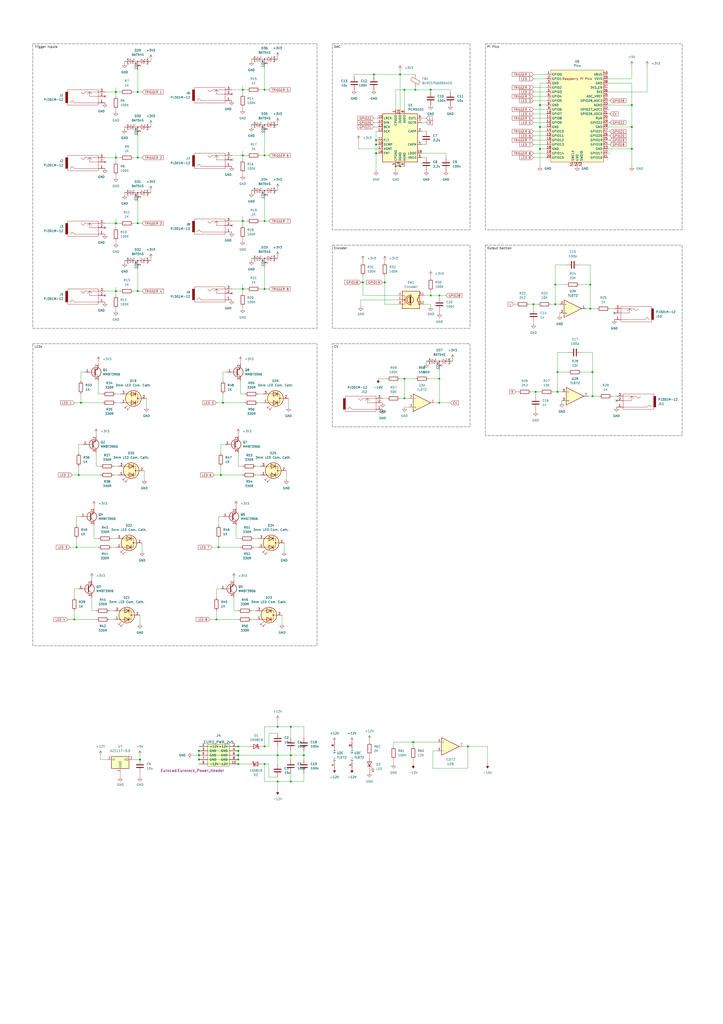
<source format=kicad_sch>
(kicad_sch (version 20250114) (generator "eeschema") (generator_version "9.0")
  (paper "A2" portrait)
  (text_box "Encoder" (at 193.04 142.24 0) (size 80.01 48.26) (margins 0.9525 0.9525 0.9525 0.9525) (stroke (width 0) (type dash) (color 0 0 0 1)) (effects (font (size 1.27 1.27)) (justify left top)))
  (text_box "CV" (at 193.04 199.39 0) (size 80.01 48.26) (margins 0.9525 0.9525 0.9525 0.9525) (stroke (width 0) (type dash) (color 0 0 0 1)) (effects (font (size 1.27 1.27)) (justify left top)))
  (text_box "DAC" (at 193.04 25.4 0) (size 80.01 107.95) (margins 0.9525 0.9525 0.9525 0.9525) (stroke (width 0) (type dash) (color 0 0 0 1)) (effects (font (size 1.27 1.27)) (justify left top)))
  (text_box "LEDs" (at 19.05 199.39 0) (size 165.1 175.26) (margins 0.9525 0.9525 0.9525 0.9525) (stroke (width 0) (type dash) (color 0 0 0 1)) (effects (font (size 1.27 1.27)) (justify left top)))
  (text_box "Pi Pico" (at 281.94 25.4 0) (size 114.3 107.95) (margins 0.9525 0.9525 0.9525 0.9525) (stroke (width 0) (type dash) (color 0 0 0 1)) (effects (font (size 1.27 1.27)) (justify left top)))
  (text_box "Trigger Inputs" (at 19.05 25.4 0) (size 165.1 165.1) (margins 0.9525 0.9525 0.9525 0.9525) (stroke (width 0) (type dash) (color 0 0 0 1)) (effects (font (size 1.27 1.27)) (justify left top)))
  (text_box "Output Section" (at 281.94 142.24 0) (size 114.3 110.49) (margins 0.9525 0.9525 0.9525 0.9525) (stroke (width 0) (type dash) (color 0 0 0 1)) (effects (font (size 1.27 1.27)) (justify left top)))
  (junction (at 218.44 83.82))
  (junction (at 80.01 129.54))
  (junction (at 153.67 167.64))
  (junction (at 153.67 433.07))
  (junction (at 125.73 359.41))
  (junction (at 138.43 433.07))
  (junction (at 168.91 421.64))
  (junction (at 128.27 275.59))
  (junction (at 240.03 430.53))
  (junction (at 67.31 129.54))
  (junction (at 67.31 53.34))
  (junction (at 168.91 438.15))
  (junction (at 67.31 168.91))
  (junction (at 140.97 52.07))
  (junction (at 322.58 176.53))
  (junction (at 161.29 421.64))
  (junction (at 138.43 440.69))
  (junction (at 81.28 440.69))
  (junction (at 313.69 60.96))
  (junction (at 115.57 440.69))
  (junction (at 255.27 233.68))
  (junction (at 250.19 171.45))
  (junction (at 218.44 88.9))
  (junction (at 234.95 231.14))
  (junction (at 138.43 435.61))
  (junction (at 344.17 229.87))
  (junction (at 250.19 52.07))
  (junction (at 140.97 167.64))
  (junction (at 46.99 233.68))
  (junction (at 311.15 227.33))
  (junction (at 232.41 96.52))
  (junction (at 367.03 86.36))
  (junction (at 313.69 73.66))
  (junction (at 67.31 91.44))
  (junction (at 367.03 73.66))
  (junction (at 176.53 438.15))
  (junction (at 234.95 52.07))
  (junction (at 161.29 438.15))
  (junction (at 80.01 91.44))
  (junction (at 234.95 219.71))
  (junction (at 241.3 52.07))
  (junction (at 138.43 438.15))
  (junction (at 44.45 317.5))
  (junction (at 138.43 443.23))
  (junction (at 129.54 233.68))
  (junction (at 115.57 438.15))
  (junction (at 229.87 96.52))
  (junction (at 217.17 43.18))
  (junction (at 127 317.5))
  (junction (at 232.41 43.18))
  (junction (at 342.9 179.07))
  (junction (at 153.67 52.07))
  (junction (at 342.9 165.1))
  (junction (at 255.27 171.45))
  (junction (at 223.52 163.83))
  (junction (at 115.57 435.61))
  (junction (at 153.67 443.23))
  (junction (at 210.82 163.83))
  (junction (at 218.44 81.28))
  (junction (at 140.97 128.27))
  (junction (at 153.67 128.27))
  (junction (at 43.18 359.41))
  (junction (at 168.91 453.39))
  (junction (at 322.58 165.1))
  (junction (at 161.29 453.39))
  (junction (at 323.85 227.33))
  (junction (at 309.88 176.53))
  (junction (at 140.97 90.17))
  (junction (at 367.03 60.96))
  (junction (at 153.67 90.17))
  (junction (at 344.17 215.9))
  (junction (at 313.69 86.36))
  (junction (at 45.72 275.59))
  (junction (at 80.01 168.91))
  (junction (at 255.27 219.71))
  (junction (at 80.01 53.34))
  (junction (at 271.78 433.07))
  (junction (at 323.85 215.9))
  (no_connect (at 358.14 232.41))
  (no_connect (at 60.96 93.98))
  (no_connect (at 356.87 181.61))
  (no_connect (at 60.96 171.45))
  (no_connect (at 134.62 92.71))
  (no_connect (at 134.62 130.81))
  (no_connect (at 60.96 55.88))
  (no_connect (at 134.62 170.18))
  (no_connect (at 134.62 54.61))
  (no_connect (at 60.96 132.08))
  (wire (pts (xy 176.53 421.64) (xy 176.53 427.99)))
  (wire (pts (xy 67.31 91.44) (xy 67.31 88.9)))
  (wire (pts (xy 138.43 359.41) (xy 125.73 359.41)))
  (wire (pts (xy 146.05 151.13) (xy 146.05 149.86)))
  (wire (pts (xy 161.29 71.12) (xy 161.29 72.39)))
  (wire (pts (xy 214.63 439.42) (xy 214.63 438.15)))
  (wire (pts (xy 59.69 228.6) (xy 57.15 228.6)))
  (wire (pts (xy 135.89 354.33) (xy 135.89 346.71)))
  (wire (pts (xy 148.59 275.59) (xy 151.13 275.59)))
  (wire (pts (xy 134.62 90.17) (xy 140.97 90.17)))
  (wire (pts (xy 232.41 43.18) (xy 232.41 63.5)))
  (wire (pts (xy 43.18 359.41) (xy 43.18 354.33)))
  (wire (pts (xy 323.85 227.33) (xy 321.31 227.33)))
  (wire (pts (xy 251.46 435.61) (xy 251.46 445.77)))
  (wire (pts (xy 55.88 251.46) (xy 55.88 252.73)))
  (wire (pts (xy 219.71 83.82) (xy 218.44 83.82)))
  (wire (pts (xy 129.54 233.68) (xy 125.73 233.68)))
  (wire (pts (xy 208.28 86.36) (xy 208.28 81.28)))
  (wire (pts (xy 125.73 359.41) (xy 121.92 359.41)))
  (wire (pts (xy 58.42 438.15) (xy 58.42 440.69)))
  (wire (pts (xy 367.03 48.26) (xy 367.03 60.96)))
  (wire (pts (xy 66.04 275.59) (xy 68.58 275.59)))
  (wire (pts (xy 237.49 231.14) (xy 234.95 231.14)))
  (wire (pts (xy 313.69 60.96) (xy 313.69 73.66)))
  (wire (pts (xy 347.98 229.87) (xy 344.17 229.87)))
  (wire (pts (xy 161.29 438.15) (xy 168.91 438.15)))
  (wire (pts (xy 254 435.61) (xy 251.46 435.61)))
  (wire (pts (xy 218.44 76.2) (xy 218.44 81.28)))
  (wire (pts (xy 309.88 83.82) (xy 317.5 83.82)))
  (wire (pts (xy 240.03 430.53) (xy 254 430.53)))
  (wire (pts (xy 354.33 78.74) (xy 353.06 78.74)))
  (wire (pts (xy 210.82 163.83) (xy 210.82 171.45)))
  (wire (pts (xy 161.29 453.39) (xy 161.29 458.47)))
  (wire (pts (xy 67.31 53.34) (xy 67.31 50.8)))
  (wire (pts (xy 138.43 433.07) (xy 144.78 433.07)))
  (wire (pts (xy 54.61 312.42) (xy 54.61 304.8)))
  (wire (pts (xy 323.85 215.9) (xy 323.85 204.47)))
  (wire (pts (xy 53.34 354.33) (xy 53.34 346.71)))
  (wire (pts (xy 81.28 438.15) (xy 81.28 440.69)))
  (wire (pts (xy 140.97 90.17) (xy 140.97 92.71)))
  (wire (pts (xy 140.97 167.64) (xy 140.97 165.1)))
  (wire (pts (xy 309.88 53.34) (xy 317.5 53.34)))
  (wire (pts (xy 60.96 168.91) (xy 67.31 168.91)))
  (wire (pts (xy 80.01 53.34) (xy 82.55 53.34)))
  (wire (pts (xy 69.85 53.34) (xy 67.31 53.34)))
  (wire (pts (xy 63.5 359.41) (xy 66.04 359.41)))
  (wire (pts (xy 139.7 312.42) (xy 137.16 312.42)))
  (wire (pts (xy 57.15 312.42) (xy 54.61 312.42)))
  (wire (pts (xy 87.63 149.86) (xy 87.63 151.13)))
  (wire (pts (xy 353.06 48.26) (xy 367.03 48.26)))
  (wire (pts (xy 240.03 440.69) (xy 240.03 443.23)))
  (wire (pts (xy 138.43 354.33) (xy 135.89 354.33)))
  (wire (pts (xy 367.03 60.96) (xy 367.03 73.66)))
  (wire (pts (xy 309.88 50.8) (xy 317.5 50.8)))
  (wire (pts (xy 209.55 163.83) (xy 210.82 163.83)))
  (wire (pts (xy 234.95 219.71) (xy 234.95 231.14)))
  (wire (pts (xy 307.34 176.53) (xy 309.88 176.53)))
  (wire (pts (xy 255.27 172.72) (xy 255.27 171.45)))
  (wire (pts (xy 241.3 219.71) (xy 234.95 219.71)))
  (wire (pts (xy 67.31 168.91) (xy 67.31 171.45)))
  (wire (pts (xy 309.88 187.96) (xy 309.88 186.69)))
  (wire (pts (xy 57.15 317.5) (xy 44.45 317.5)))
  (wire (pts (xy 325.12 182.88) (xy 325.12 181.61)))
  (wire (pts (xy 375.92 53.34) (xy 375.92 38.1)))
  (wire (pts (xy 217.17 43.18) (xy 205.74 43.18)))
  (wire (pts (xy 153.67 128.27) (xy 151.13 128.27)))
  (wire (pts (xy 252.73 233.68) (xy 255.27 233.68)))
  (wire (pts (xy 232.41 43.18) (xy 241.3 43.18)))
  (wire (pts (xy 68.58 270.51) (xy 66.04 270.51)))
  (wire (pts (xy 168.91 453.39) (xy 161.29 453.39)))
  (wire (pts (xy 138.43 443.23) (xy 144.78 443.23)))
  (wire (pts (xy 115.57 440.69) (xy 138.43 440.69)))
  (wire (pts (xy 168.91 438.15) (xy 168.91 435.61)))
  (wire (pts (xy 313.69 86.36) (xy 317.5 86.36)))
  (wire (pts (xy 250.19 171.45) (xy 255.27 171.45)))
  (wire (pts (xy 168.91 438.15) (xy 176.53 438.15)))
  (wire (pts (xy 72.39 152.4) (xy 72.39 151.13)))
  (wire (pts (xy 81.28 440.69) (xy 77.47 440.69)))
  (wire (pts (xy 153.67 52.07) (xy 151.13 52.07)))
  (wire (pts (xy 58.42 440.69) (xy 62.23 440.69)))
  (wire (pts (xy 146.05 111.76) (xy 146.05 110.49)))
  (wire (pts (xy 143.51 128.27) (xy 140.97 128.27)))
  (wire (pts (xy 45.72 257.81) (xy 48.26 257.81)))
  (wire (pts (xy 309.88 78.74) (xy 317.5 78.74)))
  (wire (pts (xy 255.27 219.71) (xy 248.92 219.71)))
  (wire (pts (xy 250.19 52.07) (xy 261.62 52.07)))
  (wire (pts (xy 46.99 215.9) (xy 49.53 215.9)))
  (wire (pts (xy 138.43 435.61) (xy 138.43 438.15)))
  (wire (pts (xy 129.54 233.68) (xy 129.54 228.6)))
  (wire (pts (xy 168.91 438.15) (xy 168.91 440.69)))
  (wire (pts (xy 217.17 73.66) (xy 219.71 73.66)))
  (wire (pts (xy 161.29 433.07) (xy 161.29 438.15)))
  (wire (pts (xy 232.41 219.71) (xy 234.95 219.71)))
  (wire (pts (xy 356.87 179.07) (xy 354.33 179.07)))
  (wire (pts (xy 146.05 73.66) (xy 146.05 72.39)))
  (wire (pts (xy 115.57 435.61) (xy 115.57 438.15)))
  (wire (pts (xy 176.53 438.15) (xy 176.53 435.61)))
  (wire (pts (xy 176.53 438.15) (xy 176.53 440.69)))
  (wire (pts (xy 80.01 53.34) (xy 77.47 53.34)))
  (wire (pts (xy 309.88 58.42) (xy 317.5 58.42)))
  (wire (pts (xy 259.08 91.44) (xy 259.08 88.9)))
  (wire (pts (xy 217.17 43.18) (xy 217.17 44.45)))
  (wire (pts (xy 127 299.72) (xy 129.54 299.72)))
  (wire (pts (xy 128.27 275.59) (xy 124.46 275.59)))
  (wire (pts (xy 128.27 262.89) (xy 128.27 257.81)))
  (wire (pts (xy 250.19 52.07) (xy 250.19 53.34)))
  (wire (pts (xy 146.05 35.56) (xy 146.05 34.29)))
  (wire (pts (xy 142.24 228.6) (xy 139.7 228.6)))
  (wire (pts (xy 149.86 312.42) (xy 147.32 312.42)))
  (wire (pts (xy 143.51 167.64) (xy 140.97 167.64)))
  (wire (pts (xy 156.21 443.23) (xy 156.21 450.85)))
  (wire (pts (xy 72.39 113.03) (xy 72.39 111.76)))
  (wire (pts (xy 176.53 448.31) (xy 176.53 453.39)))
  (wire (pts (xy 232.41 40.64) (xy 232.41 43.18)))
  (wire (pts (xy 69.85 228.6) (xy 67.31 228.6)))
  (wire (pts (xy 247.65 210.82) (xy 247.65 209.55)))
  (wire (pts (xy 326.39 227.33) (xy 323.85 227.33)))
  (wire (pts (xy 219.71 76.2) (xy 218.44 76.2)))
  (wire (pts (xy 342.9 179.07) (xy 340.36 179.07)))
  (wire (pts (xy 255.27 219.71) (xy 255.27 233.68)))
  (wire (pts (xy 358.14 229.87) (xy 355.6 229.87)))
  (wire (pts (xy 322.58 165.1) (xy 322.58 153.67)))
  (wire (pts (xy 140.97 138.43) (xy 140.97 139.7)))
  (wire (pts (xy 67.31 63.5) (xy 67.31 64.77)))
  (wire (pts (xy 367.03 86.36) (xy 367.03 73.66)))
  (wire (pts (xy 153.67 433.07) (xy 156.21 433.07)))
  (wire (pts (xy 309.88 176.53) (xy 309.88 179.07)))
  (wire (pts (xy 218.44 83.82) (xy 218.44 81.28)))
  (wire (pts (xy 232.41 96.52) (xy 234.95 96.52)))
  (wire (pts (xy 134.62 128.27) (xy 140.97 128.27)))
  (wire (pts (xy 45.72 275.59) (xy 41.91 275.59)))
  (wire (pts (xy 228.6 430.53) (xy 240.03 430.53)))
  (wire (pts (xy 140.97 128.27) (xy 140.97 130.81)))
  (wire (pts (xy 153.67 167.64) (xy 156.21 167.64)))
  (wire (pts (xy 342.9 153.67) (xy 342.9 165.1)))
  (wire (pts (xy 354.33 63.5) (xy 353.06 63.5)))
  (wire (pts (xy 161.29 453.39) (xy 153.67 453.39)))
  (wire (pts (xy 323.85 227.33) (xy 323.85 215.9)))
  (wire (pts (xy 161.29 148.59) (xy 161.29 149.86)))
  (wire (pts (xy 309.88 63.5) (xy 317.5 63.5)))
  (wire (pts (xy 354.33 71.12) (xy 353.06 71.12)))
  (wire (pts (xy 309.88 88.9) (xy 317.5 88.9)))
  (wire (pts (xy 44.45 317.5) (xy 44.45 312.42)))
  (wire (pts (xy 354.33 76.2) (xy 353.06 76.2)))
  (wire (pts (xy 354.33 88.9) (xy 353.06 88.9)))
  (wire (pts (xy 234.95 231.14) (xy 232.41 231.14)))
  (wire (pts (xy 140.97 90.17) (xy 140.97 87.63)))
  (wire (pts (xy 210.82 152.4) (xy 210.82 151.13)))
  (wire (pts (xy 222.25 163.83) (xy 223.52 163.83)))
  (wire (pts (xy 250.19 171.45) (xy 246.38 171.45)))
  (wire (pts (xy 45.72 275.59) (xy 45.72 270.51)))
  (wire (pts (xy 367.03 45.72) (xy 353.06 45.72)))
  (wire (pts (xy 140.97 52.07) (xy 140.97 49.53)))
  (wire (pts (xy 80.01 168.91) (xy 77.47 168.91)))
  (wire (pts (xy 67.31 168.91) (xy 67.31 166.37)))
  (wire (pts (xy 223.52 160.02) (xy 223.52 163.83)))
  (wire (pts (xy 218.44 99.06) (xy 218.44 88.9)))
  (wire (pts (xy 140.97 62.23) (xy 140.97 63.5)))
  (wire (pts (xy 149.86 233.68) (xy 152.4 233.68)))
  (wire (pts (xy 67.31 91.44) (xy 67.31 93.98)))
  (wire (pts (xy 67.31 312.42) (xy 64.77 312.42)))
  (wire (pts (xy 228.6 443.23) (xy 228.6 440.69)))
  (wire (pts (xy 342.9 165.1) (xy 342.9 179.07)))
  (wire (pts (xy 134.62 52.07) (xy 140.97 52.07)))
  (wire (pts (xy 143.51 52.07) (xy 140.97 52.07)))
  (wire (pts (xy 313.69 48.26) (xy 313.69 60.96)))
  (wire (pts (xy 247.65 71.12) (xy 245.11 71.12)))
  (wire (pts (xy 313.69 96.52) (xy 313.69 86.36)))
  (wire (pts (xy 125.73 346.71) (xy 125.73 341.63)))
  (wire (pts (xy 354.33 83.82) (xy 353.06 83.82)))
  (wire (pts (xy 83.82 278.13) (xy 83.82 273.05)))
  (wire (pts (xy 44.45 317.5) (xy 40.64 317.5)))
  (wire (pts (xy 251.46 445.77) (xy 271.78 445.77)))
  (wire (pts (xy 55.88 270.51) (xy 55.88 262.89)))
  (wire (pts (xy 55.88 359.41) (xy 43.18 359.41)))
  (wire (pts (xy 80.01 40.64) (xy 80.01 53.34)))
  (wire (pts (xy 153.67 77.47) (xy 153.67 90.17)))
  (wire (pts (xy 250.19 161.29) (xy 250.19 160.02)))
  (wire (pts (xy 153.67 443.23) (xy 156.21 443.23)))
  (wire (pts (xy 271.78 433.07) (xy 269.24 433.07)))
  (wire (pts (xy 214.63 448.31) (xy 214.63 447.04)))
  (wire (pts (xy 156.21 425.45) (xy 156.21 433.07)))
  (wire (pts (xy 217.17 68.58) (xy 219.71 68.58)))
  (wire (pts (xy 139.7 228.6) (xy 139.7 220.98)))
  (wire (pts (xy 367.03 86.36) (xy 367.03 96.52)))
  (wire (pts (xy 55.88 354.33) (xy 53.34 354.33)))
  (wire (pts (xy 87.63 110.49) (xy 87.63 111.76)))
  (wire (pts (xy 322.58 153.67) (xy 328.93 153.67)))
  (wire (pts (xy 80.01 129.54) (xy 77.47 129.54)))
  (wire (pts (xy 255.27 181.61) (xy 255.27 180.34)))
  (wire (pts (xy 44.45 304.8) (xy 44.45 299.72)))
  (wire (pts (xy 261.62 52.07) (xy 261.62 53.34)))
  (wire (pts (xy 115.57 435.61) (xy 138.43 435.61)))
  (wire (pts (xy 140.97 177.8) (xy 140.97 179.07)))
  (wire (pts (xy 115.57 438.15) (xy 138.43 438.15)))
  (wire (pts (xy 142.24 233.68) (xy 129.54 233.68)))
  (wire (pts (xy 69.85 91.44) (xy 67.31 91.44)))
  (wire (pts (xy 67.31 139.7) (xy 67.31 140.97)))
  (wire (pts (xy 140.97 128.27) (xy 140.97 125.73)))
  (wire (pts (xy 138.43 438.15) (xy 161.29 438.15)))
  (wire (pts (xy 309.88 68.58) (xy 317.5 68.58)))
  (wire (pts (xy 66.04 354.33) (xy 63.5 354.33)))
  (wire (pts (xy 325.12 176.53) (xy 322.58 176.53)))
  (wire (pts (xy 60.96 91.44) (xy 67.31 91.44)))
  (wire (pts (xy 309.88 55.88) (xy 317.5 55.88)))
  (wire (pts (xy 143.51 90.17) (xy 140.97 90.17)))
  (wire (pts (xy 323.85 204.47) (xy 330.2 204.47)))
  (wire (pts (xy 255.27 171.45) (xy 259.08 171.45)))
  (wire (pts (xy 80.01 129.54) (xy 82.55 129.54)))
  (wire (pts (xy 309.88 43.18) (xy 317.5 43.18)))
  (wire (pts (xy 344.17 229.87) (xy 341.63 229.87)))
  (wire (pts (xy 137.16 312.42) (xy 137.16 304.8)))
  (wire (pts (xy 322.58 165.1) (xy 328.93 165.1)))
  (wire (pts (xy 53.34 335.28) (xy 53.34 336.55)))
  (wire (pts (xy 229.87 52.07) (xy 234.95 52.07)))
  (wire (pts (xy 140.97 52.07) (xy 140.97 54.61)))
  (wire (pts (xy 168.91 421.64) (xy 168.91 427.99)))
  (wire (pts (xy 313.69 73.66) (xy 317.5 73.66)))
  (wire (pts (xy 322.58 176.53) (xy 322.58 165.1)))
  (wire (pts (xy 309.88 66.04) (xy 317.5 66.04)))
  (wire (pts (xy 163.83 361.95) (xy 163.83 356.87)))
  (wire (pts (xy 354.33 66.04) (xy 353.06 66.04)))
  (wire (pts (xy 346.71 179.07) (xy 342.9 179.07)))
  (wire (pts (xy 309.88 76.2) (xy 317.5 76.2)))
  (wire (pts (xy 241.3 52.07) (xy 250.19 52.07)))
  (wire (pts (xy 139.7 317.5) (xy 127 317.5)))
  (wire (pts (xy 247.65 68.58) (xy 245.11 68.58)))
  (wire (pts (xy 176.53 453.39) (xy 168.91 453.39)))
  (wire (pts (xy 80.01 156.21) (xy 80.01 168.91)))
  (wire (pts (xy 54.61 293.37) (xy 54.61 294.64)))
  (wire (pts (xy 115.57 443.23) (xy 138.43 443.23)))
  (wire (pts (xy 354.33 58.42) (xy 353.06 58.42)))
  (wire (pts (xy 137.16 293.37) (xy 137.16 294.64)))
  (wire (pts (xy 271.78 433.07) (xy 283.21 433.07)))
  (wire (pts (xy 153.67 115.57) (xy 153.67 128.27)))
  (wire (pts (xy 309.88 71.12) (xy 317.5 71.12)))
  (wire (pts (xy 115.57 433.07) (xy 138.43 433.07)))
  (wire (pts (xy 153.67 421.64) (xy 161.29 421.64)))
  (wire (pts (xy 43.18 359.41) (xy 39.37 359.41)))
  (wire (pts (xy 147.32 317.5) (xy 149.86 317.5)))
  (wire (pts (xy 209.55 177.8) (xy 209.55 173.99)))
  (wire (pts (xy 80.01 78.74) (xy 80.01 91.44)))
  (wire (pts (xy 59.69 233.68) (xy 46.99 233.68)))
  (wire (pts (xy 148.59 354.33) (xy 146.05 354.33)))
  (wire (pts (xy 134.62 167.64) (xy 140.97 167.64)))
  (wire (pts (xy 353.06 86.36) (xy 367.03 86.36)))
  (wire (pts (xy 156.21 450.85) (xy 161.29 450.85)))
  (wire (pts (xy 232.41 43.18) (xy 217.17 43.18)))
  (wire (pts (xy 128.27 275.59) (xy 128.27 270.51)))
  (wire (pts (xy 299.72 176.53) (xy 298.45 176.53)))
  (wire (pts (xy 168.91 448.31) (xy 168.91 453.39)))
  (wire (pts (xy 312.42 176.53) (xy 309.88 176.53)))
  (wire (pts (xy 210.82 171.45) (xy 231.14 171.45)))
  (wire (pts (xy 344.17 204.47) (xy 344.17 215.9)))
  (wire (pts (xy 247.65 76.2) (xy 245.11 76.2)))
  (wire (pts (xy 214.63 430.53) (xy 214.63 429.26)))
  (wire (pts (xy 250.19 168.91) (xy 250.19 171.45)))
  (wire (pts (xy 85.09 236.22) (xy 85.09 231.14)))
  (wire (pts (xy 247.65 83.82) (xy 245.11 83.82)))
  (wire (pts (xy 234.95 52.07) (xy 234.95 63.5)))
  (wire (pts (xy 336.55 153.67) (xy 342.9 153.67)))
  (wire (pts (xy 67.31 179.07) (xy 67.31 180.34)))
  (wire (pts (xy 223.52 176.53) (xy 231.14 176.53)))
  (wire (pts (xy 46.99 233.68) (xy 43.18 233.68)))
  (wire (pts (xy 57.15 228.6) (xy 57.15 220.98)))
  (wire (pts (xy 87.63 72.39) (xy 87.63 73.66)))
  (wire (pts (xy 43.18 346.71) (xy 43.18 341.63)))
  (wire (pts (xy 224.79 231.14) (xy 222.25 231.14)))
  (wire (pts (xy 259.08 88.9) (xy 245.11 88.9)))
  (wire (pts (xy 140.97 100.33) (xy 140.97 101.6)))
  (wire (pts (xy 326.39 233.68) (xy 326.39 232.41)))
  (wire (pts (xy 80.01 91.44) (xy 82.55 91.44)))
  (wire (pts (xy 309.88 91.44) (xy 317.5 91.44)))
  (wire (pts (xy 125.73 341.63) (xy 128.27 341.63)))
  (wire (pts (xy 57.15 209.55) (xy 57.15 210.82)))
  (wire (pts (xy 153.67 433.07) (xy 153.67 421.64)))
  (wire (pts (xy 67.31 53.34) (xy 67.31 55.88)))
  (wire (pts (xy 152.4 228.6) (xy 149.86 228.6)))
  (wire (pts (xy 300.99 227.33) (xy 299.72 227.33)))
  (wire (pts (xy 237.49 236.22) (xy 234.95 236.22)))
  (wire (pts (xy 165.1 320.04) (xy 165.1 314.96)))
  (wire (pts (xy 67.31 101.6) (xy 67.31 102.87)))
  (wire (pts (xy 69.85 129.54) (xy 67.31 129.54)))
  (wire (pts (xy 140.97 167.64) (xy 140.97 170.18)))
  (wire (pts (xy 167.64 236.22) (xy 167.64 231.14)))
  (wire (pts (xy 234.95 52.07) (xy 241.3 52.07)))
  (wire (pts (xy 313.69 48.26) (xy 317.5 48.26)))
  (wire (pts (xy 309.88 45.72) (xy 317.5 45.72)))
  (wire (pts (xy 153.67 167.64) (xy 151.13 167.64)))
  (wire (pts (xy 60.96 129.54) (xy 67.31 129.54)))
  (wire (pts (xy 129.54 220.98) (xy 129.54 215.9)))
  (wire (pts (xy 223.52 152.4) (xy 223.52 151.13)))
  (wire (pts (xy 344.17 215.9) (xy 344.17 229.87)))
  (wire (pts (xy 229.87 99.06) (xy 229.87 96.52)))
  (wire (pts (xy 44.45 299.72) (xy 46.99 299.72)))
  (wire (pts (xy 69.85 168.91) (xy 67.31 168.91)))
  (wire (pts (xy 138.43 251.46) (xy 138.43 252.73)))
  (wire (pts (xy 58.42 275.59) (xy 45.72 275.59)))
  (wire (pts (xy 166.37 278.13) (xy 166.37 273.05)))
  (wire (pts (xy 111.76 438.15) (xy 115.57 438.15)))
  (wire (pts (xy 67.31 129.54) (xy 67.31 127)))
  (wire (pts (xy 45.72 262.89) (xy 45.72 257.81)))
  (wire (pts (xy 152.4 433.07) (xy 153.67 433.07)))
  (wire (pts (xy 353.06 60.96) (xy 367.03 60.96)))
  (wire (pts (xy 161.29 417.83) (xy 161.29 421.64)))
  (wire (pts (xy 115.57 438.15) (xy 115.57 440.69)))
  (wire (pts (xy 43.18 341.63) (xy 45.72 341.63)))
  (wire (pts (xy 241.3 50.8) (xy 241.3 52.07)))
  (wire (pts (xy 46.99 220.98) (xy 46.99 215.9)))
  (wire (pts (xy 161.29 421.64) (xy 168.91 421.64)))
  (wire (pts (xy 311.15 238.76) (xy 311.15 237.49)))
  (wire (pts (xy 153.67 128.27) (xy 156.21 128.27)))
  (wire (pts (xy 229.87 96.52) (xy 232.41 96.52)))
  (wire (pts (xy 46.99 233.68) (xy 46.99 228.6)))
  (wire (pts (xy 153.67 52.07) (xy 156.21 52.07)))
  (wire (pts (xy 308.61 227.33) (xy 311.15 227.33)))
  (wire (pts (xy 283.21 443.23) (xy 283.21 433.07)))
  (wire (pts (xy 309.88 81.28) (xy 317.5 81.28)))
  (wire (pts (xy 81.28 361.95) (xy 81.28 356.87)))
  (wire (pts (xy 209.55 173.99) (xy 231.14 173.99)))
  (wire (pts (xy 322.58 176.53) (xy 320.04 176.53)))
  (wire (pts (xy 146.05 359.41) (xy 148.59 359.41)))
  (wire (pts (xy 219.71 219.71) (xy 224.79 219.71)))
  (wire (pts (xy 140.97 275.59) (xy 128.27 275.59)))
  (wire (pts (xy 127 317.5) (xy 123.19 317.5)))
  (wire (pts (xy 80.01 168.91) (xy 82.55 168.91)))
  (wire (pts (xy 255.27 233.68) (xy 261.62 233.68)))
  (wire (pts (xy 250.19 176.53) (xy 250.19 177.8)))
  (wire (pts (xy 313.69 60.96) (xy 317.5 60.96)))
  (wire (pts (xy 151.13 270.51) (xy 148.59 270.51)))
  (wire (pts (xy 138.43 438.15) (xy 138.43 440.69)))
  (wire (pts (xy 219.71 86.36) (xy 208.28 86.36)))
  (wire (pts (xy 218.44 81.28) (xy 219.71 81.28)))
  (wire (pts (xy 135.89 335.28) (xy 135.89 336.55)))
  (wire (pts (xy 337.82 215.9) (xy 344.17 215.9)))
  (wire (pts (xy 161.29 109.22) (xy 161.29 110.49)))
  (wire (pts (xy 152.4 443.23) (xy 153.67 443.23)))
  (wire (pts (xy 240.03 430.53) (xy 240.03 433.07)))
  (wire (pts (xy 255.27 214.63) (xy 255.27 219.71)))
  (wire (pts (xy 354.33 81.28) (xy 353.06 81.28)))
  (wire (pts (xy 217.17 71.12) (xy 219.71 71.12)))
  (wire (pts (xy 80.01 91.44) (xy 77.47 91.44)))
  (wire (pts (xy 69.85 448.31) (xy 69.85 450.85)))
  (wire (pts (xy 129.54 215.9) (xy 132.08 215.9)))
  (wire (pts (xy 313.69 227.33) (xy 311.15 227.33)))
  (wire (pts (xy 247.65 91.44) (xy 245.11 91.44)))
  (wire (pts (xy 353.06 53.34) (xy 375.92 53.34)))
  (wire (pts (xy 58.42 270.51) (xy 55.88 270.51)))
  (wire (pts (xy 82.55 320.04) (xy 82.55 314.96)))
  (wire (pts (xy 210.82 160.02) (xy 210.82 163.83)))
  (wire (pts (xy 80.01 116.84) (xy 80.01 129.54)))
  (wire (pts (xy 128.27 257.81) (xy 130.81 257.81)))
  (wire (pts (xy 168.91 421.64) (xy 176.53 421.64)))
  (wire (pts (xy 229.87 63.5) (xy 229.87 52.07)))
  (wire (pts (xy 313.69 73.66) (xy 313.69 86.36)))
  (wire (pts (xy 139.7 209.55) (xy 139.7 210.82)))
  (wire (pts (xy 67.31 129.54) (xy 67.31 132.08)))
  (wire (pts (xy 64.77 317.5) (xy 67.31 317.5)))
  (wire (pts (xy 138.43 270.51) (xy 138.43 262.89)))
  (wire (pts (xy 205.74 43.18) (xy 205.74 44.45)))
  (wire (pts (xy 127 317.5) (xy 127 312.42)))
  (wire (pts (xy 262.89 208.28) (xy 262.89 209.55)))
  (wire (pts (xy 153.67 154.94) (xy 153.67 167.64)))
  (wire (pts (xy 161.29 438.15) (xy 161.29 443.23)))
  (wire (pts (xy 140.97 270.51) (xy 138.43 270.51)))
  (wire (pts (xy 72.39 74.93) (xy 72.39 73.66)))
  (wire (pts (xy 271.78 445.77) (xy 271.78 433.07)))
  (wire (pts (xy 127 304.8) (xy 127 299.72)))
  (wire (pts (xy 153.67 90.17) (xy 156.21 90.17)))
  (wire (pts (xy 323.85 215.9) (xy 330.2 215.9)))
  (wire (pts (xy 153.67 39.37) (xy 153.67 52.07)))
  (wire (pts (xy 223.52 163.83) (xy 223.52 176.53)))
  (wire (pts (xy 246.38 176.53) (xy 250.19 176.53)))
  (wire (pts (xy 161.29 425.45) (xy 156.21 425.45)))
  (wire (pts (xy 219.71 88.9) (xy 218.44 88.9)))
  (wire (pts (xy 153.67 453.39) (xy 153.67 443.23)))
  (wire (pts (xy 60.96 53.34) (xy 67.31 53.34)))
  (wire (pts (xy 228.6 433.07) (xy 228.6 430.53)))
  (wire (pts (xy 87.63 34.29) (xy 87.63 35.56)))
  (wire (pts (xy 161.29 33.02) (xy 161.29 34.29)))
  (wire (pts (xy 67.31 233.68) (xy 69.85 233.68)))
  (wire (pts (xy 81.28 450.85) (xy 81.28 448.31)))
  (wire (pts (xy 367.03 38.1) (xy 367.03 45.72)))
  (wire (pts (xy 336.55 165.1) (xy 342.9 165.1)))
  (wire (pts (xy 337.82 204.47) (xy 344.17 204.47)))
  (wire (pts (xy 218.44 88.9) (xy 218.44 83.82)))
  (wire (pts (xy 153.67 90.17) (xy 151.13 90.17)))
  (wire (pts (xy 125.73 359.41) (xy 125.73 354.33)))
  (wire (pts (xy 311.15 227.33) (xy 311.15 229.87)))
  (wire (pts (xy 72.39 36.83) (xy 72.39 35.56)))
  (wire (pts (xy 367.03 73.66) (xy 353.06 73.66)))
  (global_label "LED 5" (shape input) (at 125.73 233.68 180) (property "Intersheetrefs" "${INTERSHEET_REFS}" (effects (hide yes))))
  (global_label "GPIO22" (shape input) (at 354.33 71.12 0) (property "Intersheetrefs" "${INTERSHEET_REFS}" (effects (hide yes))))
  (global_label "LED 1" (shape input) (at 309.88 45.72 180) (property "Intersheetrefs" "${INTERSHEET_REFS}" (effects (hide yes))))
  (global_label "TRIGGER 3" (shape input) (at 82.55 129.54 0) (property "Intersheetrefs" "${INTERSHEET_REFS}" (effects (hide yes))))
  (global_label "GPIO21" (shape input) (at 217.17 73.66 180) (property "Intersheetrefs" "${INTERSHEET_REFS}" (effects (hide yes))))
  (global_label "TRIGGER 4" (shape input) (at 82.55 168.91 0) (property "Intersheetrefs" "${INTERSHEET_REFS}" (effects (hide yes))))
  (global_label "LED 6" (shape input) (at 124.46 275.59 180) (property "Intersheetrefs" "${INTERSHEET_REFS}" (effects (hide yes))))
  (global_label "GPIO19" (shape input) (at 222.25 163.83 180) (property "Intersheetrefs" "${INTERSHEET_REFS}" (effects (hide yes))))
  (global_label "GPIO19" (shape input) (at 354.33 81.28 0) (property "Intersheetrefs" "${INTERSHEET_REFS}" (effects (hide yes))))
  (global_label "TRIGGER 5" (shape input) (at 156.21 52.07 0) (property "Intersheetrefs" "${INTERSHEET_REFS}" (effects (hide yes))))
  (global_label "LED 3" (shape input) (at 40.64 317.5 180) (property "Intersheetrefs" "${INTERSHEET_REFS}" (effects (hide yes))))
  (global_label "LED 7" (shape input) (at 309.88 83.82 180) (property "Intersheetrefs" "${INTERSHEET_REFS}" (effects (hide yes))))
  (global_label "GPIO18" (shape input) (at 209.55 163.83 180) (property "Intersheetrefs" "${INTERSHEET_REFS}" (effects (hide yes))))
  (global_label "TRIGGER 6" (shape input) (at 156.21 90.17 0) (property "Intersheetrefs" "${INTERSHEET_REFS}" (effects (hide yes))))
  (global_label "TRIGGER 3" (shape input) (at 309.88 55.88 180) (property "Intersheetrefs" "${INTERSHEET_REFS}" (effects (hide yes))))
  (global_label "LED 8" (shape input) (at 309.88 91.44 180) (property "Intersheetrefs" "${INTERSHEET_REFS}" (effects (hide yes))))
  (global_label "GPIO20" (shape input) (at 354.33 78.74 0) (property "Intersheetrefs" "${INTERSHEET_REFS}" (effects (hide yes))))
  (global_label "LED 8" (shape input) (at 121.92 359.41 180) (property "Intersheetrefs" "${INTERSHEET_REFS}" (effects (hide yes))))
  (global_label "LED 4" (shape input) (at 309.88 66.04 180) (property "Intersheetrefs" "${INTERSHEET_REFS}" (effects (hide yes))))
  (global_label "GPIO22" (shape input) (at 217.17 68.58 180) (property "Intersheetrefs" "${INTERSHEET_REFS}" (effects (hide yes))))
  (global_label "LED 2" (shape input) (at 41.91 275.59 180) (property "Intersheetrefs" "${INTERSHEET_REFS}" (effects (hide yes))))
  (global_label "GPIO21" (shape input) (at 354.33 76.2 0) (property "Intersheetrefs" "${INTERSHEET_REFS}" (effects (hide yes))))
  (global_label "LED 7" (shape input) (at 123.19 317.5 180) (property "Intersheetrefs" "${INTERSHEET_REFS}" (effects (hide yes))))
  (global_label "TRIGGER 5" (shape input) (at 309.88 68.58 180) (property "Intersheetrefs" "${INTERSHEET_REFS}" (effects (hide yes))))
  (global_label "GPIO28" (shape input) (at 259.08 171.45 0) (property "Intersheetrefs" "${INTERSHEET_REFS}" (effects (hide yes))))
  (global_label "LED 2" (shape input) (at 309.88 53.34 180) (property "Intersheetrefs" "${INTERSHEET_REFS}" (effects (hide yes))))
  (global_label "L" (shape input) (at 247.65 68.58 0) (property "Intersheetrefs" "${INTERSHEET_REFS}" (effects (hide yes))))
  (global_label "LED 4" (shape input) (at 39.37 359.41 180) (property "Intersheetrefs" "${INTERSHEET_REFS}" (effects (hide yes))))
  (global_label "TRIGGER 6" (shape input) (at 309.88 76.2 180) (property "Intersheetrefs" "${INTERSHEET_REFS}" (effects (hide yes))))
  (global_label "TRIGGER 1" (shape input) (at 309.88 43.18 180) (property "Intersheetrefs" "${INTERSHEET_REFS}" (effects (hide yes))))
  (global_label "TRIGGER 2" (shape input) (at 82.55 91.44 0) (property "Intersheetrefs" "${INTERSHEET_REFS}" (effects (hide yes))))
  (global_label "L" (shape input) (at 298.45 176.53 180) (property "Intersheetrefs" "${INTERSHEET_REFS}" (effects (hide yes))))
  (global_label "CV" (shape input) (at 354.33 66.04 0) (property "Intersheetrefs" "${INTERSHEET_REFS}" (effects (hide yes))))
  (global_label "LED 6" (shape input) (at 309.88 78.74 180) (property "Intersheetrefs" "${INTERSHEET_REFS}" (effects (hide yes))))
  (global_label "LED 3" (shape input) (at 309.88 58.42 180) (property "Intersheetrefs" "${INTERSHEET_REFS}" (effects (hide yes))))
  (global_label "R" (shape input) (at 299.72 227.33 180) (property "Intersheetrefs" "${INTERSHEET_REFS}" (effects (hide yes))))
  (global_label "TRIGGER 8" (shape input) (at 309.88 88.9 180) (property "Intersheetrefs" "${INTERSHEET_REFS}" (effects (hide yes))))
  (global_label "TRIGGER 2" (shape input) (at 309.88 50.8 180) (property "Intersheetrefs" "${INTERSHEET_REFS}" (effects (hide yes))))
  (global_label "LED 1" (shape input) (at 43.18 233.68 180) (property "Intersheetrefs" "${INTERSHEET_REFS}" (effects (hide yes))))
  (global_label "GPIO20" (shape input) (at 217.17 71.12 180) (property "Intersheetrefs" "${INTERSHEET_REFS}" (effects (hide yes))))
  (global_label "TRIGGER 7" (shape input) (at 156.21 128.27 0) (property "Intersheetrefs" "${INTERSHEET_REFS}" (effects (hide yes))))
  (global_label "GPIO18" (shape input) (at 354.33 83.82 0) (property "Intersheetrefs" "${INTERSHEET_REFS}" (effects (hide yes))))
  (global_label "TRIGGER 7" (shape input) (at 309.88 81.28 180) (property "Intersheetrefs" "${INTERSHEET_REFS}" (effects (hide yes))))
  (global_label "LED 5" (shape input) (at 309.88 71.12 180) (property "Intersheetrefs" "${INTERSHEET_REFS}" (effects (hide yes))))
  (global_label "TRIGGER 4" (shape input) (at 309.88 63.5 180) (property "Intersheetrefs" "${INTERSHEET_REFS}" (effects (hide yes))))
  (global_label "R" (shape input) (at 247.65 71.12 0) (property "Intersheetrefs" "${INTERSHEET_REFS}" (effects (hide yes))))
  (global_label "TRIGGER 8" (shape input) (at 156.21 167.64 0) (property "Intersheetrefs" "${INTERSHEET_REFS}" (effects (hide yes))))
  (global_label "CV" (shape input) (at 261.62 233.68 0) (property "Intersheetrefs" "${INTERSHEET_REFS}" (effects (hide yes))))
  (global_label "GPIO28" (shape input) (at 354.33 58.42 0) (property "Intersheetrefs" "${INTERSHEET_REFS}" (effects (hide yes))))
  (global_label "TRIGGER 1" (shape input) (at 82.55 53.34 0) (property "Intersheetrefs" "${INTERSHEET_REFS}" (effects (hide yes))))
  (symbol (lib_id "Device:LED_Dual_AKA") (at 156.21 356.87 180) (unit 1)
    (property "Reference" "D23" (at 156.1465 346.71 0))
    (property "Value" "3mm LED Com. Cath." (at 156.1465 349.25 0))
    (property "Footprint" "LED_THT:LED_D3.0mm-3" (effects (hide yes)))
    (property "Description" "Dual LED, common cathode on pin 2" (effects (hide yes)))
  )
  (symbol (lib_id "power:+3.3V") (at 57.15 209.55 0) (unit 1)
    (property "Reference" "#PWR065" (effects (hide yes)))
    (property "Value" "+3V3" (at 62.23 208.28 0))
  )
  (symbol (lib_id "Diode:BAT54S") (at 80.01 151.13 0) (unit 1)
    (property "Reference" "D32" (at 80.01 144.78 0))
    (property "Value" "BAT54S" (at 80.01 147.32 0))
    (property "Footprint" "Package_TO_SOT_SMD:SOT-23" (effects (hide yes)))
    (property "Datasheet" "https://www.diodes.com/assets/Datasheets/ds11005.pdf" (effects (hide yes)))
    (property "Description" "Vr 30V, If 200mA, Dual schottky barrier diode, in series, SOT-323" (effects (hide yes)))
    (property "JLC" "C7420333" (effects (hide yes)))
  )
  (symbol (lib_id "Device:C") (at 217.17 48.26 0) (mirror y) (unit 1)
    (property "Reference" "C12" (at 213.36 46.9899 0) (effects (justify left)))
    (property "Value" "100n" (at 213.36 49.5299 0) (effects (justify left)))
    (property "Footprint" "Capacitor_SMD:C_0603_1608Metric" (effects (hide yes)))
  )
  (symbol (lib_id "power:-12V") (at 204.47 445.77 180) (unit 1)
    (property "Reference" "#PWR083" (effects (hide yes)))
    (property "Value" "-12V" (at 204.47 450.85 0))
  )
  (symbol (lib_id "Device:R") (at 73.66 91.44 270) (unit 1)
    (property "Reference" "R9" (at 73.66 85.09 90))
    (property "Value" "1K" (at 73.66 87.63 90))
    (property "Footprint" "Resistor_SMD:R_0603_1608Metric" (effects (hide yes)))
  )
  (symbol (lib_id "Device:C") (at 247.65 80.01 0) (unit 1)
    (property "Reference" "C7" (at 251.46 78.7399 0) (effects (justify left)))
    (property "Value" "2.2u" (at 251.46 81.2799 0) (effects (justify left)))
    (property "Footprint" "Capacitor_SMD:C_0805_2012Metric" (effects (hide yes)))
  )
  (symbol (lib_id "power:-10V") (at 219.71 219.71 0) (mirror x) (unit 1)
    (property "Reference" "#PWR086" (effects (hide yes)))
    (property "Value" "-10V" (at 219.71 224.79 0))
    (property "Description" "Power symbol creates a global label with name \"-10V\"" (effects (hide yes)))
  )
  (symbol (lib_id "power:GND") (at 309.88 187.96 0) (mirror y) (unit 1)
    (property "Reference" "#PWR051" (effects (hide yes)))
    (property "Value" "GND" (at 309.88 193.04 0))
  )
  (symbol (lib_id "Device:C") (at 250.19 57.15 0) (unit 1)
    (property "Reference" "C10" (at 254 55.8799 0) (effects (justify left)))
    (property "Value" "100n" (at 254 58.4199 0) (effects (justify left)))
    (property "Footprint" "Capacitor_SMD:C_0603_1608Metric" (effects (hide yes)))
  )
  (symbol (lib_id "power:+3.3V") (at 53.34 335.28 0) (unit 1)
    (property "Reference" "#PWR068" (effects (hide yes)))
    (property "Value" "+3V3" (at 58.42 334.01 0))
  )
  (symbol (lib_id "Amplifier_Operational:TL072") (at 201.93 438.15 0) (mirror y) (unit 3)
    (property "Reference" "U3" (at 205.74 436.8799 0) (effects (justify right)))
    (property "Value" "TL072" (at 205.74 439.4199 0) (effects (justify right)))
    (property "Footprint" "Package_SO:SOIC-8_3.9x4.9mm_P1.27mm" (effects (hide yes)))
    (property "Datasheet" "http://www.ti.com/lit/ds/symlink/tl071.pdf" (effects (hide yes)))
    (property "Description" "Dual Low-Noise JFET-Input Operational Amplifiers, DIP-8/SOIC-8" (effects (hide yes)))
  )
  (symbol (lib_id "eurocad:PJ301M-12") (at 123.19 130.81 0) (mirror x) (unit 1)
    (property "Reference" "J8" (at 110.49 130.1749 0) (effects (justify right)))
    (property "Value" "PJ301M-12" (at 110.49 132.7149 0) (effects (justify right)))
    (property "Footprint" "Eurocad:PJ301M-12" (effects (hide yes)))
  )
  (symbol (lib_id "Device:R") (at 142.24 359.41 270) (mirror x) (unit 1)
    (property "Reference" "R50" (at 142.24 363.22 90))
    (property "Value" "330R" (at 142.24 365.76 90))
    (property "Footprint" "Resistor_SMD:R_0603_1608Metric" (effects (hide yes)))
  )
  (symbol (lib_id "Device:R") (at 140.97 96.52 180) (unit 1)
    (property "Reference" "R16" (at 143.51 95.25 0) (effects (justify right)))
    (property "Value" "100K" (at 143.51 97.79 0) (effects (justify right)))
    (property "Footprint" "Resistor_SMD:R_0603_1608Metric" (effects (hide yes)))
  )
  (symbol (lib_id "MCU_RaspberryPi_and_Boards:Pico") (at 335.28 67.31 0) (unit 1)
    (property "Reference" "U6" (at 335.28 35.56 0))
    (property "Value" "Pico" (at 335.28 38.1 0))
    (property "Footprint" "Module:RaspberryPi_Pico_Common_THT" (effects (hide yes)))
  )
  (symbol (lib_id "Diode:BAT54S") (at 153.67 72.39 0) (unit 1)
    (property "Reference" "D35" (at 153.67 66.04 0))
    (property "Value" "BAT54S" (at 153.67 68.58 0))
    (property "Footprint" "Package_TO_SOT_SMD:SOT-23" (effects (hide yes)))
    (property "Datasheet" "https://www.diodes.com/assets/Datasheets/ds11005.pdf" (effects (hide yes)))
    (property "Description" "Vr 30V, If 200mA, Dual schottky barrier diode, in series, SOT-323" (effects (hide yes)))
    (property "JLC" "C7420333" (effects (hide yes)))
  )
  (symbol (lib_id "Transistor_BJT:MMBT3906") (at 50.8 341.63 0) (mirror x) (unit 1)
    (property "Reference" "Q3" (at 55.88 340.3599 0) (effects (justify left)))
    (property "Value" "MMBT3906" (at 55.88 342.8999 0) (effects (justify left)))
    (property "Footprint" "Package_TO_SOT_SMD:SOT-23" (effects (hide yes)))
    (property "Datasheet" "https://www.onsemi.com/pdf/datasheet/pzt3906-d.pdf" (effects (hide yes)))
    (property "Description" "-0.2A Ic, -40V Vce, Small Signal PNP Transistor, SOT-23" (effects (hide yes)))
  )
  (symbol (lib_id "Device:R") (at 63.5 228.6 90) (unit 1)
    (property "Reference" "R34" (at 63.5 222.25 90))
    (property "Value" "330R" (at 63.5 224.79 90))
    (property "Footprint" "Resistor_SMD:R_0603_1608Metric" (effects (hide yes)))
  )
  (symbol (lib_id "Device:C") (at 168.91 444.5 0) (unit 1)
    (property "Reference" "C5" (at 172.72 443.2299 0) (effects (justify left)))
    (property "Value" "100n" (at 172.72 445.7699 0) (effects (justify left)))
    (property "Footprint" "Capacitor_SMD:C_0603_1608Metric" (effects (hide yes)))
  )
  (symbol (lib_id "power:+5V") (at 367.03 38.1 0) (unit 1)
    (property "Reference" "#PWR0102" (effects (hide yes)))
    (property "Value" "+5V" (at 367.03 33.02 0))
  )
  (symbol (lib_id "Device:R") (at 129.54 224.79 0) (unit 1)
    (property "Reference" "R48" (at 132.08 223.5199 0) (effects (justify left)))
    (property "Value" "1K" (at 132.08 226.0599 0) (effects (justify left)))
    (property "Footprint" "Resistor_SMD:R_0603_1608Metric" (effects (hide yes)))
  )
  (symbol (lib_id "Device:C") (at 334.01 204.47 90) (unit 1)
    (property "Reference" "C17" (at 334.01 196.85 90))
    (property "Value" "100p" (at 334.01 199.39 90))
    (property "Footprint" "Capacitor_SMD:C_0603_1608Metric" (effects (hide yes)))
  )
  (symbol (lib_id "power:GND") (at 163.83 361.95 0) (mirror y) (unit 1)
    (property "Reference" "#PWR076" (effects (hide yes)))
    (property "Value" "GND" (at 163.83 367.03 0))
  )
  (symbol (lib_id "power:GND") (at 146.05 111.76 0) (mirror y) (unit 1)
    (property "Reference" "#PWR026" (effects (hide yes)))
    (property "Value" "GND" (at 146.05 116.84 0))
  )
  (symbol (lib_id "power:GND") (at 222.25 237.49 0) (mirror y) (unit 1)
    (property "Reference" "#PWR080" (effects (hide yes)))
    (property "Value" "GND" (at 222.25 242.57 0))
  )
  (symbol (lib_id "power:GND") (at 67.31 180.34 0) (mirror y) (unit 1)
    (property "Reference" "#PWR021" (effects (hide yes)))
    (property "Value" "GND" (at 67.31 185.42 0))
  )
  (symbol (lib_id "Audio:PCM5102") (at 232.41 78.74 0) (unit 1)
    (property "Reference" "U1" (at 237.0933 60.96 0) (effects (justify left)))
    (property "Value" "PCM5102" (at 237.0933 63.5 0) (effects (justify left)))
    (property "Footprint" "Package_SO:TSSOP-20_4.4x6.5mm_P0.65mm" (effects (hide yes)))
    (property "Datasheet" "http://www.ti.com/lit/ds/symlink/pcm5102.pdf" (effects (hide yes)))
    (property "Description" "2VRMS DirectPath, 112dB Audio Stereo DAC with 32-bit, 384kHz PCM Interface, TSSOP-20" (effects (hide yes)))
  )
  (symbol (lib_id "Regulator_Linear:AZ1117-5.0") (at 69.85 440.69 0) (unit 1)
    (property "Reference" "U7" (at 69.85 433.07 0))
    (property "Value" "AZ1117-5.0" (at 69.85 435.61 0))
    (property "Footprint" "Package_TO_SOT_SMD:SOT-223-3_TabPin2" (effects (hide yes)))
    (property "Datasheet" "https://www.diodes.com/assets/Datasheets/AZ1117.pdf" (effects (hide yes)))
  )
  (symbol (lib_id "Device:C") (at 205.74 48.26 0) (mirror y) (unit 1)
    (property "Reference" "C13" (at 201.93 46.9899 0) (effects (justify left)))
    (property "Value" "10u" (at 201.93 49.5299 0) (effects (justify left)))
    (property "Footprint" "Capacitor_SMD:C_0805_2012Metric" (effects (hide yes)))
  )
  (symbol (lib_id "power:+3.3V") (at 138.43 251.46 0) (unit 1)
    (property "Reference" "#PWR074" (effects (hide yes)))
    (property "Value" "+3V3" (at 143.51 250.19 0))
  )
  (symbol (lib_id "power:+3V3") (at 87.63 110.49 0) (unit 1)
    (property "Reference" "#PWR07" (effects (hide yes)))
    (property "Value" "+3V3" (at 87.63 105.41 0))
    (property "Description" "Power symbol creates a global label with name \"+3V3\"" (effects (hide yes)))
  )
  (symbol (lib_id "eurocad:PJ301M-12") (at 123.19 54.61 0) (mirror x) (unit 1)
    (property "Reference" "J6" (at 110.49 53.9749 0) (effects (justify right)))
    (property "Value" "PJ301M-12" (at 110.49 56.5149 0) (effects (justify right)))
    (property "Footprint" "Eurocad:PJ301M-12" (effects (hide yes)))
  )
  (symbol (lib_id "Device:LED_Dual_AKA") (at 73.66 356.87 180) (unit 1)
    (property "Reference" "D21" (at 73.5965 346.71 0))
    (property "Value" "3mm LED Com. Cath." (at 73.5965 349.25 0))
    (property "Footprint" "LED_THT:LED_D3.0mm-3" (effects (hide yes)))
    (property "Description" "Dual LED, common cathode on pin 2" (effects (hide yes)))
  )
  (symbol (lib_id "power:GND") (at 217.17 52.07 0) (unit 1)
    (property "Reference" "#PWR049" (effects (hide yes)))
    (property "Value" "GND" (at 217.17 57.15 0))
  )
  (symbol (lib_id "power:GND") (at 311.15 238.76 0) (mirror y) (unit 1)
    (property "Reference" "#PWR056" (effects (hide yes)))
    (property "Value" "GND" (at 311.15 243.84 0))
  )
  (symbol (lib_id "power:GND") (at 218.44 99.06 0) (mirror y) (unit 1)
    (property "Reference" "#PWR042" (effects (hide yes)))
    (property "Value" "GND" (at 218.44 104.14 0))
  )
  (symbol (lib_id "Transistor_BJT:MMBT3906") (at 134.62 299.72 0) (mirror x) (unit 1)
    (property "Reference" "Q6" (at 139.7 298.4499 0) (effects (justify left)))
    (property "Value" "MMBT3906" (at 139.7 300.9899 0) (effects (justify left)))
    (property "Footprint" "Package_TO_SOT_SMD:SOT-23" (effects (hide yes)))
    (property "Datasheet" "https://www.onsemi.com/pdf/datasheet/pzt3906-d.pdf" (effects (hide yes)))
    (property "Description" "-0.2A Ic, -40V Vce, Small Signal PNP Transistor, SOT-23" (effects (hide yes)))
  )
  (symbol (lib_id "power:-12V") (at 161.29 458.47 180) (unit 1)
    (property "Reference" "#PWR010" (effects (hide yes)))
    (property "Value" "-12V" (at 161.29 463.55 0))
  )
  (symbol (lib_id "Device:LED_Dual_AKA") (at 76.2 273.05 180) (unit 1)
    (property "Reference" "D20" (at 76.1365 262.89 0))
    (property "Value" "3mm LED Com. Cath." (at 76.1365 265.43 0))
    (property "Footprint" "LED_THT:LED_D3.0mm-3" (effects (hide yes)))
    (property "Description" "Dual LED, common cathode on pin 2" (effects (hide yes)))
  )
  (symbol (lib_id "power:GND") (at 134.62 96.52 0) (mirror y) (unit 1)
    (property "Reference" "#PWR014" (effects (hide yes)))
    (property "Value" "GND" (at 134.62 101.346 0) (effects (justify left)))
  )
  (symbol (lib_id "power:+12V") (at 58.42 438.15 0) (unit 1)
    (property "Reference" "#PWR0101" (effects (hide yes)))
    (property "Value" "+12V" (at 58.42 433.07 0))
  )
  (symbol (lib_id "Device:R") (at 146.05 233.68 270) (mirror x) (unit 1)
    (property "Reference" "R56" (at 146.05 237.49 90))
    (property "Value" "330R" (at 146.05 240.03 90))
    (property "Footprint" "Resistor_SMD:R_0603_1608Metric" (effects (hide yes)))
  )
  (symbol (lib_id "Diode:BAT54S") (at 80.01 111.76 0) (unit 1)
    (property "Reference" "D31" (at 80.01 105.41 0))
    (property "Value" "BAT54S" (at 80.01 107.95 0))
    (property "Footprint" "Package_TO_SOT_SMD:SOT-23" (effects (hide yes)))
    (property "Datasheet" "https://www.diodes.com/assets/Datasheets/ds11005.pdf" (effects (hide yes)))
    (property "Description" "Vr 30V, If 200mA, Dual schottky barrier diode, in series, SOT-323" (effects (hide yes)))
    (property "JLC" "C7420333" (effects (hide yes)))
  )
  (symbol (lib_id "Transistor_BJT:MMBT3906") (at 137.16 215.9 0) (mirror x) (unit 1)
    (property "Reference" "Q8" (at 142.24 214.6299 0) (effects (justify left)))
    (property "Value" "MMBT3906" (at 142.24 217.1699 0) (effects (justify left)))
    (property "Footprint" "Package_TO_SOT_SMD:SOT-23" (effects (hide yes)))
    (property "Datasheet" "https://www.onsemi.com/pdf/datasheet/pzt3906-d.pdf" (effects (hide yes)))
    (property "Description" "-0.2A Ic, -40V Vce, Small Signal PNP Transistor, SOT-23" (effects (hide yes)))
  )
  (symbol (lib_id "Device:R") (at 73.66 129.54 270) (unit 1)
    (property "Reference" "R11" (at 73.66 123.19 90))
    (property "Value" "1K" (at 73.66 125.73 90))
    (property "Footprint" "Resistor_SMD:R_0603_1608Metric" (effects (hide yes)))
  )
  (symbol (lib_id "Device:R") (at 214.63 434.34 0) (unit 1)
    (property "Reference" "R62" (at 217.17 433.0699 0) (effects (justify left)))
    (property "Value" "2K" (at 217.17 435.6099 0) (effects (justify left)))
    (property "Footprint" "Resistor_SMD:R_0603_1608Metric" (effects (hide yes)))
  )
  (symbol (lib_id "Device:R") (at 127 308.61 0) (unit 1)
    (property "Reference" "R46" (at 129.54 307.3399 0) (effects (justify left)))
    (property "Value" "1K" (at 129.54 309.8799 0) (effects (justify left)))
    (property "Footprint" "Resistor_SMD:R_0603_1608Metric" (effects (hide yes)))
  )
  (symbol (lib_id "power:+12V") (at 204.47 430.53 0) (unit 1)
    (property "Reference" "#PWR082" (effects (hide yes)))
    (property "Value" "+12V" (at 204.47 425.45 0))
  )
  (symbol (lib_id "Device:R") (at 67.31 135.89 180) (unit 1)
    (property "Reference" "R10" (at 69.85 134.62 0) (effects (justify right)))
    (property "Value" "100K" (at 69.85 137.16 0) (effects (justify right)))
    (property "Footprint" "Resistor_SMD:R_0603_1608Metric" (effects (hide yes)))
  )
  (symbol (lib_id "power:GND") (at 250.19 60.96 0) (mirror y) (unit 1)
    (property "Reference" "#PWR047" (effects (hide yes)))
    (property "Value" "GND" (at 250.19 66.04 0))
  )
  (symbol (lib_id "Device:R") (at 62.23 275.59 270) (mirror x) (unit 1)
    (property "Reference" "R38" (at 62.23 279.4 90))
    (property "Value" "330R" (at 62.23 281.94 90))
    (property "Footprint" "Resistor_SMD:R_0603_1608Metric" (effects (hide yes)))
  )
  (symbol (lib_id "Device:R") (at 140.97 134.62 180) (unit 1)
    (property "Reference" "R18" (at 143.51 133.35 0) (effects (justify right)))
    (property "Value" "100K" (at 143.51 135.89 0) (effects (justify right)))
    (property "Footprint" "Resistor_SMD:R_0603_1608Metric" (effects (hide yes)))
  )
  (symbol (lib_id "power:GND") (at 367.03 96.52 0) (unit 1)
    (property "Reference" "#PWR038" (effects (hide yes)))
    (property "Value" "GND" (at 369.57 97.7899 0) (effects (justify left)))
  )
  (symbol (lib_id "Device:R") (at 147.32 167.64 270) (unit 1)
    (property "Reference" "R21" (at 147.32 161.29 90))
    (property "Value" "1K" (at 147.32 163.83 90))
    (property "Footprint" "Resistor_SMD:R_0603_1608Metric" (effects (hide yes)))
  )
  (symbol (lib_id "Device:C") (at 247.65 95.25 0) (unit 1)
    (property "Reference" "C8" (at 251.46 93.9799 0) (effects (justify left)))
    (property "Value" "2.2u" (at 251.46 96.5199 0) (effects (justify left)))
    (property "Footprint" "Capacitor_SMD:C_0805_2012Metric" (effects (hide yes)))
  )
  (symbol (lib_id "Device:LED_Dual_AKA") (at 160.02 231.14 180) (unit 1)
    (property "Reference" "D26" (at 159.9565 220.98 0))
    (property "Value" "3mm LED Com. Cath." (at 159.9565 223.52 0))
    (property "Footprint" "LED_THT:LED_D3.0mm-3" (effects (hide yes)))
    (property "Description" "Dual LED, common cathode on pin 2" (effects (hide yes)))
  )
  (symbol (lib_id "Diode:BAT54S") (at 255.27 209.55 0) (unit 1)
    (property "Reference" "D37" (at 255.27 203.2 0))
    (property "Value" "BAT54S" (at 255.27 205.74 0))
    (property "Footprint" "Package_TO_SOT_SMD:SOT-23" (effects (hide yes)))
    (property "Datasheet" "https://www.diodes.com/assets/Datasheets/ds11005.pdf" (effects (hide yes)))
    (property "Description" "Vr 30V, If 200mA, Dual schottky barrier diode, in series, SOT-323" (effects (hide yes)))
    (property "JLC" "C7420333" (effects (hide yes)))
  )
  (symbol (lib_id "Device:LED_Dual_AKA") (at 74.93 314.96 180) (unit 1)
    (property "Reference" "D22" (at 74.8665 304.8 0))
    (property "Value" "3mm LED Com. Cath." (at 74.8665 307.34 0))
    (property "Footprint" "LED_THT:LED_D3.0mm-3" (effects (hide yes)))
    (property "Description" "Dual LED, common cathode on pin 2" (effects (hide yes)))
  )
  (symbol (lib_id "power:+12V") (at 161.29 417.83 0) (unit 1)
    (property "Reference" "#PWR09" (effects (hide yes)))
    (property "Value" "+12V" (at 161.29 412.75 0))
  )
  (symbol (lib_id "power:GND") (at 209.55 177.8 0) (unit 1)
    (property "Reference" "#PWR061" (effects (hide yes)))
    (property "Value" "GND" (at 209.677 182.1942 0))
  )
  (symbol (lib_id "power:GND") (at 325.12 182.88 0) (mirror y) (unit 1)
    (property "Reference" "#PWR054" (effects (hide yes)))
    (property "Value" "GND" (at 325.12 187.96 0))
  )
  (symbol (lib_id "eurocad:EURO_PWR_2x5") (at 127 438.15 0) (unit 1)
    (property "Reference" "J4" (at 127 426.72 0) (effects (font (size 1.524 1.524))))
    (property "Value" "EURO_PWR_2x5" (at 127 430.53 0) (effects (font (size 1.524 1.524))))
    (property "Footprint" "Eurocad:Eurorack_Power_Header" (at 111.76 447.04 0) (effects (font (size 1.524 1.524))))
  )
  (symbol (lib_id "power:GND") (at 60.96 59.69 0) (mirror y) (unit 1)
    (property "Reference" "#PWR04" (effects (hide yes)))
    (property "Value" "GND" (at 60.96 64.516 0) (effects (justify left)))
  )
  (symbol (lib_id "power:+3.3V") (at 137.16 293.37 0) (unit 1)
    (property "Reference" "#PWR073" (effects (hide yes)))
    (property "Value" "+3V3" (at 142.24 292.1 0))
  )
  (symbol (lib_id "power:GND") (at 67.31 64.77 0) (mirror y) (unit 1)
    (property "Reference" "#PWR015" (effects (hide yes)))
    (property "Value" "GND" (at 67.31 69.85 0))
  )
  (symbol (lib_id "Amplifier_Operational:TL072") (at 191.77 438.15 0) (mirror y) (unit 3)
    (property "Reference" "U2" (at 195.58 436.8799 0) (effects (justify right)))
    (property "Value" "TL072" (at 195.58 439.4199 0) (effects (justify right)))
    (property "Footprint" "Package_SO:SOIC-8_3.9x4.9mm_P1.27mm" (effects (hide yes)))
    (property "Datasheet" "http://www.ti.com/lit/ds/symlink/tl071.pdf" (effects (hide yes)))
    (property "Description" "Dual Low-Noise JFET-Input Operational Amplifiers, DIP-8/SOIC-8" (effects (hide yes)))
  )
  (symbol (lib_id "power:+3.3V") (at 54.61 293.37 0) (unit 1)
    (property "Reference" "#PWR069" (effects (hide yes)))
    (property "Value" "+3V3" (at 59.69 292.1 0))
  )
  (symbol (lib_id "power:GND") (at 146.05 151.13 0) (mirror y) (unit 1)
    (property "Reference" "#PWR024" (effects (hide yes)))
    (property "Value" "GND" (at 146.05 156.21 0))
  )
  (symbol (lib_id "Device:R") (at 67.31 175.26 180) (unit 1)
    (property "Reference" "R12" (at 69.85 173.99 0) (effects (justify right)))
    (property "Value" "100K" (at 69.85 176.53 0) (effects (justify right)))
    (property "Footprint" "Resistor_SMD:R_0603_1608Metric" (effects (hide yes)))
  )
  (symbol (lib_id "power:GND") (at 234.95 236.22 0) (mirror y) (unit 1)
    (property "Reference" "#PWR084" (effects (hide yes)))
    (property "Value" "GND" (at 234.95 241.3 0))
  )
  (symbol (lib_id "power:GND") (at 165.1 320.04 0) (mirror y) (unit 1)
    (property "Reference" "#PWR077" (effects (hide yes)))
    (property "Value" "GND" (at 165.1 325.12 0))
  )
  (symbol (lib_id "power:GND") (at 146.05 35.56 0) (mirror y) (unit 1)
    (property "Reference" "#PWR034" (effects (hide yes)))
    (property "Value" "GND" (at 146.05 40.64 0))
  )
  (symbol (lib_id "Amplifier_Operational:TL072") (at 332.74 179.07 0) (mirror x) (unit 1)
    (property "Reference" "U2" (at 332.74 168.91 0))
    (property "Value" "TL072" (at 332.74 171.45 0))
    (property "Footprint" "Package_SO:SOIC-8_3.9x4.9mm_P1.27mm" (effects (hide yes)))
    (property "Datasheet" "http://www.ti.com/lit/ds/symlink/tl071.pdf" (effects (hide yes)))
    (property "Description" "Dual Low-Noise JFET-Input Operational Amplifiers, DIP-8/SOIC-8" (effects (hide yes)))
  )
  (symbol (lib_id "Device:C") (at 255.27 176.53 0) (unit 1)
    (property "Reference" "C20" (at 259.08 175.2599 0) (effects (justify left)))
    (property "Value" "100n" (at 259.08 177.7999 0) (effects (justify left)))
    (property "Footprint" "Capacitor_SMD:C_0603_1608Metric" (effects (hide yes)))
  )
  (symbol (lib_id "Transistor_BJT:MMBT3906") (at 54.61 215.9 0) (mirror x) (unit 1)
    (property "Reference" "Q1" (at 59.69 214.6299 0) (effects (justify left)))
    (property "Value" "MMBT3906" (at 59.69 217.1699 0) (effects (justify left)))
    (property "Footprint" "Package_TO_SOT_SMD:SOT-23" (effects (hide yes)))
    (property "Datasheet" "https://www.onsemi.com/pdf/datasheet/pzt3906-d.pdf" (effects (hide yes)))
    (property "Description" "-0.2A Ic, -40V Vce, Small Signal PNP Transistor, SOT-23" (effects (hide yes)))
  )
  (symbol (lib_id "power:GND") (at 205.74 52.07 0) (unit 1)
    (property "Reference" "#PWR050" (effects (hide yes)))
    (property "Value" "GND" (at 205.74 57.15 0))
  )
  (symbol (lib_id "power:GND") (at 166.37 278.13 0) (mirror y) (unit 1)
    (property "Reference" "#PWR078" (effects (hide yes)))
    (property "Value" "GND" (at 166.37 283.21 0))
  )
  (symbol (lib_id "power:GND") (at 134.62 134.62 0) (mirror y) (unit 1)
    (property "Reference" "#PWR028" (effects (hide yes)))
    (property "Value" "GND" (at 134.62 139.446 0) (effects (justify left)))
  )
  (symbol (lib_id "power:+3V3") (at 161.29 71.12 0) (unit 1)
    (property "Reference" "#PWR031" (effects (hide yes)))
    (property "Value" "+3V3" (at 161.29 66.04 0))
    (property "Description" "Power symbol creates a global label with name \"+3V3\"" (effects (hide yes)))
  )
  (symbol (lib_id "power:GND") (at 140.97 63.5 0) (mirror y) (unit 1)
    (property "Reference" "#PWR023" (effects (hide yes)))
    (property "Value" "GND" (at 140.97 68.58 0))
  )
  (symbol (lib_id "Device:C") (at 259.08 95.25 0) (unit 1)
    (property "Reference" "C9" (at 262.89 93.9799 0) (effects (justify left)))
    (property "Value" "100n" (at 262.89 96.5199 0) (effects (justify left)))
    (property "Footprint" "Capacitor_SMD:C_0603_1608Metric" (effects (hide yes)))
  )
  (symbol (lib_id "Amplifier_Operational:TL072") (at 245.11 233.68 0) (mirror x) (unit 1)
    (property "Reference" "U3" (at 245.11 223.52 0))
    (property "Value" "TL072" (at 245.11 226.06 0))
    (property "Footprint" "Package_SO:SOIC-8_3.9x4.9mm_P1.27mm" (effects (hide yes)))
    (property "Datasheet" "http://www.ti.com/lit/ds/symlink/tl071.pdf" (effects (hide yes)))
    (property "Description" "Dual Low-Noise JFET-Input Operational Amplifiers, DIP-8/SOIC-8" (effects (hide yes)))
  )
  (symbol (lib_id "Diode:BAT54S") (at 80.01 73.66 0) (unit 1)
    (property "Reference" "D30" (at 80.01 67.31 0))
    (property "Value" "BAT54S" (at 80.01 69.85 0))
    (property "Footprint" "Package_TO_SOT_SMD:SOT-23" (effects (hide yes)))
    (property "Datasheet" "https://www.diodes.com/assets/Datasheets/ds11005.pdf" (effects (hide yes)))
    (property "Description" "Vr 30V, If 200mA, Dual schottky barrier diode, in series, SOT-323" (effects (hide yes)))
    (property "JLC" "C7420333" (effects (hide yes)))
  )
  (symbol (lib_id "power:GND") (at 247.65 99.06 0) (mirror y) (unit 1)
    (property "Reference" "#PWR044" (effects (hide yes)))
    (property "Value" "GND" (at 247.65 104.14 0))
  )
  (symbol (lib_id "Device:R") (at 316.23 176.53 270) (unit 1)
    (property "Reference" "R23" (at 316.23 170.18 90))
    (property "Value" "10K" (at 316.23 172.72 90))
    (property "Footprint" "Resistor_SMD:R_0603_1608Metric" (effects (hide yes)))
  )
  (symbol (lib_id "power:GND") (at 85.09 236.22 0) (mirror y) (unit 1)
    (property "Reference" "#PWR064" (effects (hide yes)))
    (property "Value" "GND" (at 85.09 241.3 0))
  )
  (symbol (lib_id "power:+3V3") (at 87.63 34.29 0) (unit 1)
    (property "Reference" "#PWR01" (effects (hide yes)))
    (property "Value" "+3V3" (at 87.63 29.21 0))
    (property "Description" "Power symbol creates a global label with name \"+3V3\"" (effects (hide yes)))
  )
  (symbol (lib_id "Device:R") (at 142.24 354.33 90) (unit 1)
    (property "Reference" "R49" (at 142.24 347.98 90))
    (property "Value" "330R" (at 142.24 350.52 90))
    (property "Footprint" "Resistor_SMD:R_0603_1608Metric" (effects (hide yes)))
  )
  (symbol (lib_id "Device:R") (at 223.52 156.21 180) (unit 1)
    (property "Reference" "R32" (at 226.06 154.94 0) (effects (justify right)))
    (property "Value" "100K" (at 226.06 157.48 0) (effects (justify right)))
    (property "Footprint" "Resistor_SMD:R_0603_1608Metric" (effects (hide yes)))
  )
  (symbol (lib_id "Device:LED_Dual_AKA") (at 158.75 273.05 180) (unit 1)
    (property "Reference" "D25" (at 158.6865 262.89 0))
    (property "Value" "3mm LED Com. Cath." (at 158.6865 265.43 0))
    (property "Footprint" "LED_THT:LED_D3.0mm-3" (effects (hide yes)))
    (property "Description" "Dual LED, common cathode on pin 2" (effects (hide yes)))
  )
  (symbol (lib_id "Device:R") (at 60.96 317.5 270) (mirror x) (unit 1)
    (property "Reference" "R44" (at 60.96 321.31 90))
    (property "Value" "330R" (at 60.96 323.85 90))
    (property "Footprint" "Resistor_SMD:R_0603_1608Metric" (effects (hide yes)))
  )
  (symbol (lib_id "eurocad:PJ301M-12") (at 49.53 93.98 0) (mirror x) (unit 1)
    (property "Reference" "J2" (at 36.83 93.3449 0) (effects (justify right)))
    (property "Value" "PJ301M-12" (at 36.83 95.8849 0) (effects (justify right)))
    (property "Footprint" "Eurocad:PJ301M-12" (effects (hide yes)))
  )
  (symbol (lib_id "power:GND") (at 83.82 278.13 0) (mirror y) (unit 1)
    (property "Reference" "#PWR067" (effects (hide yes)))
    (property "Value" "GND" (at 83.82 283.21 0))
  )
  (symbol (lib_id "Device:R") (at 240.03 436.88 0) (unit 1)
    (property "Reference" "R60" (at 242.57 435.6099 0) (effects (justify left)))
    (property "Value" "12K" (at 242.57 438.1499 0) (effects (justify left)))
    (property "Footprint" "Resistor_SMD:R_0603_1608Metric" (effects (hide yes)))
  )
  (symbol (lib_id "Diode:1N5819") (at 148.59 433.07 180) (unit 1)
    (property "Reference" "D1" (at 148.9075 426.72 0))
    (property "Value" "1N5819" (at 148.9075 429.26 0))
    (property "Footprint" "Diode_SMD:D_SOD-123" (effects (hide yes)))
    (property "Datasheet" "http://www.vishay.com/docs/88525/1n5817.pdf" (effects (hide yes)))
  )
  (symbol (lib_id "power:GND") (at 358.14 236.22 0) (mirror y) (unit 1)
    (property "Reference" "#PWR058" (effects (hide yes)))
    (property "Value" "GND" (at 358.14 241.3 0))
  )
  (symbol (lib_id "Device:R") (at 147.32 128.27 270) (unit 1)
    (property "Reference" "R19" (at 147.32 121.92 90))
    (property "Value" "1K" (at 147.32 124.46 90))
    (property "Footprint" "Resistor_SMD:R_0603_1608Metric" (effects (hide yes)))
  )
  (symbol (lib_id "Device:C") (at 176.53 431.8 0) (unit 1)
    (property "Reference" "C18" (at 180.34 430.5299 0) (effects (justify left)))
    (property "Value" "100n" (at 180.34 433.0699 0) (effects (justify left)))
    (property "Footprint" "Capacitor_SMD:C_0603_1608Metric" (effects (hide yes)))
  )
  (symbol (lib_id "Device:R") (at 351.79 229.87 270) (unit 1)
    (property "Reference" "R29" (at 351.79 223.52 90))
    (property "Value" "1K" (at 351.79 226.06 90))
    (property "Footprint" "Resistor_SMD:R_0603_1608Metric" (effects (hide yes)))
  )
  (symbol (lib_id "eurocad:PJ301M-12") (at 123.19 170.18 0) (mirror x) (unit 1)
    (property "Reference" "J9" (at 110.49 169.5449 0) (effects (justify right)))
    (property "Value" "PJ301M-12" (at 110.49 172.0849 0) (effects (justify right)))
    (property "Footprint" "Eurocad:PJ301M-12" (effects (hide yes)))
  )
  (symbol (lib_id "power:GND") (at 81.28 450.85 0) (unit 1)
    (property "Reference" "#PWR039" (effects (hide yes)))
    (property "Value" "GND" (at 81.407 455.2442 0))
  )
  (symbol (lib_id "power:GND") (at 111.76 438.15 270) (unit 1)
    (property "Reference" "#PWR03" (effects (hide yes)))
    (property "Value" "GND" (at 107.95 438.1499 90) (effects (justify right)))
  )
  (symbol (lib_id "power:-12V") (at 240.03 443.23 180) (unit 1)
    (property "Reference" "#PWR088" (effects (hide yes)))
    (property "Value" "-12V" (at 240.03 448.31 0))
  )
  (symbol (lib_id "power:GND") (at 72.39 113.03 0) (mirror y) (unit 1)
    (property "Reference" "#PWR020" (effects (hide yes)))
    (property "Value" "GND" (at 72.39 118.11 0))
  )
  (symbol (lib_id "Device:R") (at 140.97 173.99 180) (unit 1)
    (property "Reference" "R20" (at 143.51 172.72 0) (effects (justify right)))
    (property "Value" "100K" (at 143.51 175.26 0) (effects (justify right)))
    (property "Footprint" "Resistor_SMD:R_0603_1608Metric" (effects (hide yes)))
  )
  (symbol (lib_id "Device:C") (at 309.88 182.88 0) (unit 1)
    (property "Reference" "C14" (at 313.69 181.6099 0) (effects (justify left)))
    (property "Value" "1n" (at 313.69 184.1499 0) (effects (justify left)))
    (property "Footprint" "Capacitor_SMD:C_0603_1608Metric" (effects (hide yes)))
  )
  (symbol (lib_id "power:+3.3V") (at 55.88 251.46 0) (unit 1)
    (property "Reference" "#PWR066" (effects (hide yes)))
    (property "Value" "+3V3" (at 60.96 250.19 0))
  )
  (symbol (lib_id "Device:C") (at 332.74 153.67 90) (unit 1)
    (property "Reference" "C15" (at 332.74 146.05 90))
    (property "Value" "100p" (at 332.74 148.59 90))
    (property "Footprint" "Capacitor_SMD:C_0603_1608Metric" (effects (hide yes)))
  )
  (symbol (lib_id "Transistor_BJT:MMBT3906") (at 53.34 257.81 0) (mirror x) (unit 1)
    (property "Reference" "Q2" (at 58.42 256.5399 0) (effects (justify left)))
    (property "Value" "MMBT3906" (at 58.42 259.0799 0) (effects (justify left)))
    (property "Footprint" "Package_TO_SOT_SMD:SOT-23" (effects (hide yes)))
    (property "Datasheet" "https://www.onsemi.com/pdf/datasheet/pzt3906-d.pdf" (effects (hide yes)))
    (property "Description" "-0.2A Ic, -40V Vce, Small Signal PNP Transistor, SOT-23" (effects (hide yes)))
  )
  (symbol (lib_id "power:GND") (at 250.19 177.8 0) (unit 1)
    (property "Reference" "#PWR059" (effects (hide yes)))
    (property "Value" "GND" (at 250.317 182.1942 0))
  )
  (symbol (lib_id "Diode:BAT54S") (at 153.67 110.49 0) (unit 1)
    (property "Reference" "D34" (at 153.67 104.14 0))
    (property "Value" "BAT54S" (at 153.67 106.68 0))
    (property "Footprint" "Package_TO_SOT_SMD:SOT-23" (effects (hide yes)))
    (property "Datasheet" "https://www.diodes.com/assets/Datasheets/ds11005.pdf" (effects (hide yes)))
    (property "Description" "Vr 30V, If 200mA, Dual schottky barrier diode, in series, SOT-323" (effects (hide yes)))
    (property "JLC" "C7420333" (effects (hide yes)))
  )
  (symbol (lib_id "Device:R") (at 143.51 317.5 270) (mirror x) (unit 1)
    (property "Reference" "R52" (at 143.51 321.31 90))
    (property "Value" "330R" (at 143.51 323.85 90))
    (property "Footprint" "Resistor_SMD:R_0603_1608Metric" (effects (hide yes)))
  )
  (symbol (lib_id "power:GND") (at 167.64 236.22 0) (mirror y) (unit 1)
    (property "Reference" "#PWR079" (effects (hide yes)))
    (property "Value" "GND" (at 167.64 241.3 0))
  )
  (symbol (lib_id "Device:R") (at 350.52 179.07 270) (unit 1)
    (property "Reference" "R25" (at 350.52 172.72 90))
    (property "Value" "1K" (at 350.52 175.26 90))
    (property "Footprint" "Resistor_SMD:R_0603_1608Metric" (effects (hide yes)))
  )
  (symbol (lib_id "eurocad:PJ301M-12") (at 123.19 92.71 0) (mirror x) (unit 1)
    (property "Reference" "J7" (at 110.49 92.0749 0) (effects (justify right)))
    (property "Value" "PJ301M-12" (at 110.49 94.6149 0) (effects (justify right)))
    (property "Footprint" "Eurocad:PJ301M-12" (effects (hide yes)))
  )
  (symbol (lib_id "Device:R") (at 147.32 90.17 270) (unit 1)
    (property "Reference" "R17" (at 147.32 83.82 90))
    (property "Value" "1K" (at 147.32 86.36 90))
    (property "Footprint" "Resistor_SMD:R_0603_1608Metric" (effects (hide yes)))
  )
  (symbol (lib_id "power:GND") (at 222.25 233.68 0) (mirror y) (unit 1)
    (property "Reference" "#PWR081" (effects (hide yes)))
    (property "Value" "GND" (at 222.25 238.76 0))
  )
  (symbol (lib_id "power:GND") (at 60.96 175.26 0) (mirror y) (unit 1)
    (property "Reference" "#PWR08" (effects (hide yes)))
    (property "Value" "GND" (at 60.96 180.086 0) (effects (justify left)))
  )
  (symbol (lib_id "power:GND") (at 67.31 102.87 0) (mirror y) (unit 1)
    (property "Reference" "#PWR017" (effects (hide yes)))
    (property "Value" "GND" (at 67.31 107.95 0))
  )
  (symbol (lib_id "power:GND") (at 247.65 210.82 0) (mirror y) (unit 1)
    (property "Reference" "#PWR085" (effects (hide yes)))
    (property "Value" "GND" (at 247.65 215.9 0))
  )
  (symbol (lib_id "Device:R") (at 73.66 168.91 270) (unit 1)
    (property "Reference" "R13" (at 73.66 162.56 90))
    (property "Value" "1K" (at 73.66 165.1 90))
    (property "Footprint" "Resistor_SMD:R_0603_1608Metric" (effects (hide yes)))
  )
  (symbol (lib_id "power:GND") (at 140.97 101.6 0) (mirror y) (unit 1)
    (property "Reference" "#PWR025" (effects (hide yes)))
    (property "Value" "GND" (at 140.97 106.68 0))
  )
  (symbol (lib_id "Device:LED") (at 214.63 443.23 90) (unit 1)
    (property "Reference" "D3" (at 218.44 443.5474 90) (effects (justify right)))
    (property "Value" "LED" (at 218.44 446.0874 90) (effects (justify right)))
    (property "Footprint" "LED_SMD:LED_0603_1608Metric" (effects (hide yes)))
    (property "Description" "Light emitting diode" (effects (hide yes)))
    (property "Sim.Pins" "1=K 2=A" (effects (hide yes)))
  )
  (symbol (lib_id "power:GND") (at 229.87 99.06 0) (mirror y) (unit 1)
    (property "Reference" "#PWR043" (effects (hide yes)))
    (property "Value" "GND" (at 229.87 104.14 0))
  )
  (symbol (lib_id "power:GND") (at 313.69 96.52 0) (unit 1)
    (property "Reference" "#PWR040" (effects (hide yes)))
    (property "Value" "GND" (at 316.23 97.7899 0) (effects (justify left)))
  )
  (symbol (lib_id "eurocad:PJ301M-12") (at 49.53 132.08 0) (mirror x) (unit 1)
    (property "Reference" "J3" (at 36.83 131.4449 0) (effects (justify right)))
    (property "Value" "PJ301M-12" (at 36.83 133.9849 0) (effects (justify right)))
    (property "Footprint" "Eurocad:PJ301M-12" (effects (hide yes)))
  )
  (symbol (lib_id "Device:R") (at 46.99 224.79 0) (unit 1)
    (property "Reference" "R33" (at 49.53 223.5199 0) (effects (justify left)))
    (property "Value" "1K" (at 49.53 226.0599 0) (effects (justify left)))
    (property "Footprint" "Resistor_SMD:R_0603_1608Metric" (effects (hide yes)))
  )
  (symbol (lib_id "Device:R") (at 44.45 308.61 0) (unit 1)
    (property "Reference" "R40" (at 46.99 307.3399 0) (effects (justify left)))
    (property "Value" "1K" (at 46.99 309.8799 0) (effects (justify left)))
    (property "Footprint" "Resistor_SMD:R_0603_1608Metric" (effects (hide yes)))
  )
  (symbol (lib_id "Device:R") (at 317.5 227.33 270) (unit 1)
    (property "Reference" "R27" (at 317.5 220.98 90))
    (property "Value" "10K" (at 317.5 223.52 90))
    (property "Footprint" "Resistor_SMD:R_0603_1608Metric" (effects (hide yes)))
  )
  (symbol (lib_id "Device:R") (at 73.66 53.34 270) (unit 1)
    (property "Reference" "R7" (at 73.66 46.99 90))
    (property "Value" "1K" (at 73.66 49.53 90))
    (property "Footprint" "Resistor_SMD:R_0603_1608Metric" (effects (hide yes)))
  )
  (symbol (lib_id "power:GND") (at 146.05 73.66 0) (mirror y) (unit 1)
    (property "Reference" "#PWR030" (effects (hide yes)))
    (property "Value" "GND" (at 146.05 78.74 0))
  )
  (symbol (lib_id "Device:R") (at 63.5 233.68 270) (mirror x) (unit 1)
    (property "Reference" "R35" (at 63.5 237.49 90))
    (property "Value" "330R" (at 63.5 240.03 90))
    (property "Footprint" "Resistor_SMD:R_0603_1608Metric" (effects (hide yes)))
  )
  (symbol (lib_id "Transistor_BJT:MMBT3906") (at 133.35 341.63 0) (mirror x) (unit 1)
    (property "Reference" "Q5" (at 138.43 340.3599 0) (effects (justify left)))
    (property "Value" "MMBT3906" (at 138.43 342.8999 0) (effects (justify left)))
    (property "Footprint" "Package_TO_SOT_SMD:SOT-23" (effects (hide yes)))
    (property "Datasheet" "https://www.onsemi.com/pdf/datasheet/pzt3906-d.pdf" (effects (hide yes)))
    (property "Description" "-0.2A Ic, -40V Vce, Small Signal PNP Transistor, SOT-23" (effects (hide yes)))
  )
  (symbol (lib_id "power:GND") (at 356.87 185.42 0) (mirror y) (unit 1)
    (property "Reference" "#PWR055" (effects (hide yes)))
    (property "Value" "GND" (at 356.87 190.5 0))
  )
  (symbol (lib_id "power:GND") (at 335.28 96.52 0) (unit 1)
    (property "Reference" "#PWR036" (effects (hide yes)))
    (property "Value" "GND" (at 337.82 97.7899 0) (effects (justify left)))
  )
  (symbol (lib_id "power:GND") (at 67.31 140.97 0) (mirror y) (unit 1)
    (property "Reference" "#PWR019" (effects (hide yes)))
    (property "Value" "GND" (at 67.31 146.05 0))
  )
  (symbol (lib_id "power:+3.3V") (at 208.28 81.28 0) (unit 1)
    (property "Reference" "#PWR093" (effects (hide yes)))
    (property "Value" "+3V3" (at 213.36 80.01 0))
  )
  (symbol (lib_id "Device:R") (at 128.27 266.7 0) (unit 1)
    (property "Reference" "R47" (at 130.81 265.4299 0) (effects (justify left)))
    (property "Value" "1K" (at 130.81 267.9699 0) (effects (justify left)))
    (property "Footprint" "Resistor_SMD:R_0603_1608Metric" (effects (hide yes)))
  )
  (symbol (lib_id "Device:LED_Dual_AKA") (at 157.48 314.96 180) (unit 1)
    (property "Reference" "D24" (at 157.4165 304.8 0))
    (property "Value" "3mm LED Com. Cath." (at 157.4165 307.34 0))
    (property "Footprint" "LED_THT:LED_D3.0mm-3" (effects (hide yes)))
    (property "Description" "Dual LED, common cathode on pin 2" (effects (hide yes)))
  )
  (symbol (lib_id "power:+3V3") (at 161.29 148.59 0) (unit 1)
    (property "Reference" "#PWR013" (effects (hide yes)))
    (property "Value" "+3V3" (at 161.29 143.51 0))
    (property "Description" "Power symbol creates a global label with name \"+3V3\"" (effects (hide yes)))
  )
  (symbol (lib_id "Device:R") (at 144.78 270.51 90) (unit 1)
    (property "Reference" "R53" (at 144.78 264.16 90))
    (property "Value" "330R" (at 144.78 266.7 90))
    (property "Footprint" "Resistor_SMD:R_0603_1608Metric" (effects (hide yes)))
  )
  (symbol (lib_id "power:-12V") (at 194.31 445.77 180) (unit 1)
    (property "Reference" "#PWR053" (effects (hide yes)))
    (property "Value" "-12V" (at 194.31 450.85 0))
  )
  (symbol (lib_id "power:GND") (at 326.39 233.68 0) (mirror y) (unit 1)
    (property "Reference" "#PWR057" (effects (hide yes)))
    (property "Value" "GND" (at 326.39 238.76 0))
  )
  (symbol (lib_id "Device:R") (at 334.01 215.9 270) (unit 1)
    (property "Reference" "R28" (at 334.01 209.55 90))
    (property "Value" "33K" (at 334.01 212.09 90))
    (property "Footprint" "Resistor_SMD:R_0603_1608Metric" (effects (hide yes)))
  )
  (symbol (lib_id "Device:R") (at 147.32 52.07 270) (unit 1)
    (property "Reference" "R15" (at 147.32 45.72 90))
    (property "Value" "1K" (at 147.32 48.26 90))
    (property "Footprint" "Resistor_SMD:R_0603_1608Metric" (effects (hide yes)))
  )
  (symbol (lib_id "power:+3.3V") (at 210.82 151.13 0) (unit 1)
    (property "Reference" "#PWR062" (effects (hide yes)))
    (property "Value" "+3V3" (at 215.9 149.86 0))
  )
  (symbol (lib_id "Device:R") (at 144.78 275.59 270) (mirror x) (unit 1)
    (property "Reference" "R54" (at 144.78 279.4 90))
    (property "Value" "330R" (at 144.78 281.94 90))
    (property "Footprint" "Resistor_SMD:R_0603_1608Metric" (effects (hide yes)))
  )
  (symbol (lib_id "power:-10V") (at 283.21 443.23 0) (mirror x) (unit 1)
    (property "Reference" "#PWR087" (effects (hide yes)))
    (property "Value" "-10V" (at 283.21 448.31 0))
    (property "Description" "Power symbol creates a global label with name \"-10V\"" (effects (hide yes)))
  )
  (symbol (lib_id "power:GND") (at 214.63 448.31 0) (unit 1)
    (property "Reference" "#PWR091" (effects (hide yes)))
    (property "Value" "GND" (at 214.63 453.39 0))
  )
  (symbol (lib_id "Diode:BAT54S") (at 153.67 149.86 0) (unit 1)
    (property "Reference" "D33" (at 153.67 143.51 0))
    (property "Value" "BAT54S" (at 153.67 146.05 0))
    (property "Footprint" "Package_TO_SOT_SMD:SOT-23" (effects (hide yes)))
    (property "Datasheet" "https://www.diodes.com/assets/Datasheets/ds11005.pdf" (effects (hide yes)))
    (property "Description" "Vr 30V, If 200mA, Dual schottky barrier diode, in series, SOT-323" (effects (hide yes)))
    (property "JLC" "C7420333" (effects (hide yes)))
  )
  (symbol (lib_id "Device:R") (at 67.31 97.79 180) (unit 1)
    (property "Reference" "R8" (at 69.85 96.52 0) (effects (justify right)))
    (property "Value" "100K" (at 69.85 99.06 0) (effects (justify right)))
    (property "Footprint" "Resistor_SMD:R_0603_1608Metric" (effects (hide yes)))
  )
  (symbol (lib_id "Device:RotaryEncoder_Switch") (at 238.76 173.99 0) (unit 1)
    (property "Reference" "SW1" (at 238.76 163.83 0))
    (property "Value" "Encoder" (at 238.76 166.37 0))
    (property "Footprint" "Rotary_Encoder:RotaryEncoder_Alps_EC11E-Switch_Vertical_H20mm" (effects (hide yes)))
    (property "Description" "Rotary encoder, dual channel, incremental quadrate outputs, with switch" (effects (hide yes)))
  )
  (symbol (lib_id "power:GND") (at 72.39 152.4 0) (mirror y) (unit 1)
    (property "Reference" "#PWR022" (effects (hide yes)))
    (property "Value" "GND" (at 72.39 157.48 0))
  )
  (symbol (lib_id "Device:R") (at 43.18 350.52 0) (unit 1)
    (property "Reference" "R39" (at 45.72 349.2499 0) (effects (justify left)))
    (property "Value" "1K" (at 45.72 351.7899 0) (effects (justify left)))
    (property "Footprint" "Resistor_SMD:R_0603_1608Metric" (effects (hide yes)))
  )
  (symbol (lib_id "Device:R") (at 304.8 227.33 270) (unit 1)
    (property "Reference" "R26" (at 304.8 220.98 90))
    (property "Value" "2K2" (at 304.8 223.52 90))
    (property "Footprint" "Resistor_SMD:R_0603_1608Metric" (effects (hide yes)))
  )
  (symbol (lib_id "power:GND") (at 228.6 443.23 0) (unit 1)
    (property "Reference" "#PWR089" (effects (hide yes)))
    (property "Value" "GND" (at 228.6 448.31 0))
  )
  (symbol (lib_id "Diode:BAT54S") (at 153.67 34.29 0) (unit 1)
    (property "Reference" "D36" (at 153.67 27.94 0))
    (property "Value" "BAT54S" (at 153.67 30.48 0))
    (property "Footprint" "Package_TO_SOT_SMD:SOT-23" (effects (hide yes)))
    (property "Datasheet" "https://www.diodes.com/assets/Datasheets/ds11005.pdf" (effects (hide yes)))
    (property "Description" "Vr 30V, If 200mA, Dual schottky barrier diode, in series, SOT-323" (effects (hide yes)))
    (property "JLC" "C7420333" (effects (hide yes)))
  )
  (symbol (lib_id "Device:R") (at 143.51 312.42 90) (unit 1)
    (property "Reference" "R51" (at 143.51 306.07 90))
    (property "Value" "330R" (at 143.51 308.61 90))
    (property "Footprint" "Resistor_SMD:R_0603_1608Metric" (effects (hide yes)))
  )
  (symbol (lib_id "Device:C") (at 261.62 57.15 0) (unit 1)
    (property "Reference" "C11" (at 265.43 55.8799 0) (effects (justify left)))
    (property "Value" "10u" (at 265.43 58.4199 0) (effects (justify left)))
    (property "Footprint" "Capacitor_SMD:C_0805_2012Metric" (effects (hide yes)))
  )
  (symbol (lib_id "power:GND") (at 81.28 361.95 0) (mirror y) (unit 1)
    (property "Reference" "#PWR070" (effects (hide yes)))
    (property "Value" "GND" (at 81.28 367.03 0))
  )
  (symbol (lib_id "eurocad:PJ301M-12") (at 368.3 181.61 180) (unit 1)
    (property "Reference" "J10" (at 381 183.5151 0) (effects (justify right)))
    (property "Value" "PJ301M-12" (at 381 180.9751 0) (effects (justify right)))
    (property "Footprint" "Eurocad:PJ301M-12" (effects (hide yes)))
  )
  (symbol (lib_id "Device:R") (at 228.6 231.14 270) (unit 1)
    (property "Reference" "R57" (at 228.6 224.79 90))
    (property "Value" "50K" (at 228.6 227.33 90))
    (property "Footprint" "Resistor_SMD:R_0603_1608Metric" (effects (hide yes)))
  )
  (symbol (lib_id "Device:R") (at 67.31 59.69 180) (unit 1)
    (property "Reference" "R6" (at 69.85 58.42 0) (effects (justify right)))
    (property "Value" "100K" (at 69.85 60.96 0) (effects (justify right)))
    (property "Footprint" "Resistor_SMD:R_0603_1608Metric" (effects (hide yes)))
  )
  (symbol (lib_id "power:+3.3V") (at 232.41 40.64 0) (unit 1)
    (property "Reference" "#PWR046" (effects (hide yes)))
    (property "Value" "+3V3" (at 237.49 39.37 0))
  )
  (symbol (lib_id "power:+3V3") (at 87.63 72.39 0) (unit 1)
    (property "Reference" "#PWR02" (effects (hide yes)))
    (property "Value" "+3V3" (at 87.63 67.31 0))
    (property "Description" "Power symbol creates a global label with name \"+3V3\"" (effects (hide yes)))
  )
  (symbol (lib_id "power:+3.3V") (at 135.89 335.28 0) (unit 1)
    (property "Reference" "#PWR072" (effects (hide yes)))
    (property "Value" "+3V3" (at 140.97 334.01 0))
  )
  (symbol (lib_id "Device:R") (at 60.96 312.42 90) (unit 1)
    (property "Reference" "R43" (at 60.96 306.07 90))
    (property "Value" "330R" (at 60.96 308.61 90))
    (property "Footprint" "Resistor_SMD:R_0603_1608Metric" (effects (hide yes)))
  )
  (symbol (lib_id "Device:FerriteBead") (at 241.3 46.99 0) (unit 1)
    (property "Reference" "FB1" (at 245.11 45.6691 0) (effects (justify left)))
    (property "Value" "BLM21PG600SN1D" (at 245.11 48.2091 0) (effects (justify left)))
    (property "Footprint" "Inductor_SMD:L_0805_2012Metric" (effects (hide yes)))
    (property "Description" "Ferrite bead" (effects (hide yes)))
  )
  (symbol (lib_id "power:GND") (at 255.27 181.61 0) (mirror y) (unit 1)
    (property "Reference" "#PWR090" (effects (hide yes)))
    (property "Value" "GND" (at 255.27 186.69 0))
  )
  (symbol (lib_id "Device:C") (at 311.15 233.68 0) (unit 1)
    (property "Reference" "C16" (at 314.96 232.4099 0) (effects (justify left)))
    (property "Value" "1n" (at 314.96 234.9499 0) (effects (justify left)))
    (property "Footprint" "Capacitor_SMD:C_0603_1608Metric" (effects (hide yes)))
  )
  (symbol (lib_id "Device:R") (at 210.82 156.21 180) (unit 1)
    (property "Reference" "R31" (at 213.36 154.94 0) (effects (justify right)))
    (property "Value" "100K" (at 213.36 157.48 0) (effects (justify right)))
    (property "Footprint" "Resistor_SMD:R_0603_1608Metric" (effects (hide yes)))
  )
  (symbol (lib_id "power:GND") (at 261.62 60.96 0) (mirror y) (unit 1)
    (property "Reference" "#PWR048" (effects (hide yes)))
    (property "Value" "GND" (at 261.62 66.04 0))
  )
  (symbol (lib_id "Device:R") (at 245.11 219.71 270) (unit 1)
    (property "Reference" "R58" (at 245.11 213.36 90))
    (property "Value" "15K" (at 245.11 215.9 90))
    (property "Footprint" "Resistor_SMD:R_0603_1608Metric" (effects (hide yes)))
  )
  (symbol (lib_id "power:+3.3V") (at 139.7 209.55 0) (unit 1)
    (property "Reference" "#PWR075" (effects (hide yes)))
    (property "Value" "+3V3" (at 144.78 208.28 0))
  )
  (symbol (lib_id "Amplifier_Operational:TL072") (at 261.62 433.07 0) (unit 2)
    (property "Reference" "U3" (at 261.62 443.23 0))
    (property "Value" "TL072" (at 261.62 440.69 0))
    (property "Footprint" "Package_SO:SOIC-8_3.9x4.9mm_P1.27mm" (effects (hide yes)))
    (property "Datasheet" "http://www.ti.com/lit/ds/symlink/tl071.pdf" (effects (hide yes)))
    (property "Description" "Dual Low-Noise JFET-Input Operational Amplifiers, DIP-8/SOIC-8" (effects (hide yes)))
  )
  (symbol (lib_id "Device:LED_Dual_AKA") (at 77.47 231.14 180) (unit 1)
    (property "Reference" "D19" (at 77.4065 220.98 0))
    (property "Value" "3mm LED Com. Cath." (at 77.4065 223.52 0))
    (property "Footprint" "LED_THT:LED_D3.0mm-3" (effects (hide yes)))
    (property "Description" "Dual LED, common cathode on pin 2" (effects (hide yes)))
  )
  (symbol (lib_id "power:+3.3V") (at 223.52 151.13 0) (unit 1)
    (property "Reference" "#PWR063" (effects (hide yes)))
    (property "Value" "+3V3" (at 228.6 149.86 0))
  )
  (symbol (lib_id "eurocad:PJ301M-12") (at 210.82 233.68 0) (mirror x) (unit 1)
    (property "Reference" "J12" (at 213.36 227.33 0) (effects (justify right)))
    (property "Value" "PJ301M-12" (at 213.36 224.79 0) (effects (justify right)))
    (property "Footprint" "Eurocad:PJ301M-12" (effects (hide yes)))
  )
  (symbol (lib_id "power:+12V") (at 194.31 430.53 0) (unit 1)
    (property "Reference" "#PWR052" (effects (hide yes)))
    (property "Value" "+12V" (at 194.31 425.45 0))
  )
  (symbol (lib_id "Device:C") (at 161.29 429.26 0) (unit 1)
    (property "Reference" "C2" (at 165.1 427.9899 0) (effects (justify left)))
    (property "Value" "10u" (at 165.1 430.5299 0) (effects (justify left)))
    (property "Footprint" "Capacitor_SMD:C_0805_2012Metric" (effects (hide yes)))
  )
  (symbol (lib_id "power:+3V3") (at 262.89 208.28 0) (unit 1)
    (property "Reference" "#PWR092" (effects (hide yes)))
    (property "Value" "+3V3" (at 262.89 203.2 0))
    (property "Description" "Power symbol creates a global label with name \"+3V3\"" (effects (hide yes)))
  )
  (symbol (lib_id "power:GND") (at 134.62 58.42 0) (mirror y) (unit 1)
    (property "Reference" "#PWR012" (effects (hide yes)))
    (property "Value" "GND" (at 134.62 63.246 0) (effects (justify left)))
  )
  (symbol (lib_id "Amplifier_Operational:TL072") (at 334.01 229.87 0) (mirror x) (unit 2)
    (property "Reference" "U2" (at 334.01 219.71 0))
    (property "Value" "TL072" (at 334.01 222.25 0))
    (property "Footprint" "Package_SO:SOIC-8_3.9x4.9mm_P1.27mm" (effects (hide yes)))
    (property "Datasheet" "http://www.ti.com/lit/ds/symlink/tl071.pdf" (effects (hide yes)))
    (property "Description" "Dual Low-Noise JFET-Input Operational Amplifiers, DIP-8/SOIC-8" (effects (hide yes)))
  )
  (symbol (lib_id "power:GND") (at 134.62 173.99 0) (mirror y) (unit 1)
    (property "Reference" "#PWR032" (effects (hide yes)))
    (property "Value" "GND" (at 134.62 178.816 0) (effects (justify left)))
  )
  (symbol (lib_id "power:GND") (at 259.08 99.06 0) (mirror y) (unit 1)
    (property "Reference" "#PWR045" (effects (hide yes)))
    (property "Value" "GND" (at 259.08 104.14 0))
  )
  (symbol (lib_id "Device:C") (at 176.53 444.5 0) (unit 1)
    (property "Reference" "C19" (at 180.34 443.2299 0) (effects (justify left)))
    (property "Value" "100n" (at 180.34 445.7699 0) (effects (justify left)))
    (property "Footprint" "Capacitor_SMD:C_0603_1608Metric" (effects (hide yes)))
  )
  (symbol (lib_id "power:GND") (at 140.97 179.07 0) (mirror y) (unit 1)
    (property "Reference" "#PWR033" (effects (hide yes)))
    (property "Value" "GND" (at 140.97 184.15 0))
  )
  (symbol (lib_id "Device:R") (at 125.73 350.52 0) (unit 1)
    (property "Reference" "R45" (at 128.27 349.2499 0) (effects (justify left)))
    (property "Value" "1K" (at 128.27 351.7899 0) (effects (justify left)))
    (property "Footprint" "Resistor_SMD:R_0603_1608Metric" (effects (hide yes)))
  )
  (symbol (lib_id "power:GND") (at 72.39 74.93 0) (mirror y) (unit 1)
    (property "Reference" "#PWR018" (effects (hide yes)))
    (property "Value" "GND" (at 72.39 80.01 0))
  )
  (symbol (lib_id "power:+12V") (at 214.63 429.26 0) (unit 1)
    (property "Reference" "#PWR0104" (effects (hide yes)))
    (property "Value" "+12V" (at 214.63 424.18 0))
  )
  (symbol (lib_id "Device:C") (at 161.29 447.04 0) (unit 1)
    (property "Reference" "C3" (at 165.1 445.7699 0) (effects (justify left)))
    (property "Value" "10u" (at 165.1 448.3099 0) (effects (justify left)))
    (property "Footprint" "Capacitor_SMD:C_0805_2012Metric" (effects (hide yes)))
  )
  (symbol (lib_id "Device:R") (at 228.6 436.88 0) (unit 1)
    (property "Reference" "R61" (at 231.14 435.6099 0) (effects (justify left)))
    (property "Value" "100K" (at 231.14 438.1499 0) (effects (justify left)))
    (property "Footprint" "Resistor_SMD:R_0603_1608Metric" (effects (hide yes)))
  )
  (symbol (lib_id "Device:C") (at 168.91 431.8 0) (unit 1)
    (property "Reference" "C4" (at 172.72 430.5299 0) (effects (justify left)))
    (property "Value" "100n" (at 172.72 433.0699 0) (effects (justify left)))
    (property "Footprint" "Capacitor_SMD:C_0603_1608Metric" (effects (hide yes)))
  )
  (symbol (lib_id "power:+3V3") (at 161.29 33.02 0) (unit 1)
    (property "Reference" "#PWR035" (effects (hide yes)))
    (property "Value" "+3V3" (at 161.29 27.94 0))
    (property "Description" "Power symbol creates a global label with name \"+3V3\"" (effects (hide yes)))
  )
  (symbol (lib_id "Device:R") (at 45.72 266.7 0) (unit 1)
    (property "Reference" "R36" (at 48.26 265.4299 0) (effects (justify left)))
    (property "Value" "1K" (at 48.26 267.9699 0) (effects (justify left)))
    (property "Footprint" "Resistor_SMD:R_0603_1608Metric" (effects (hide yes)))
  )
  (symbol (lib_id "Device:R") (at 59.69 359.41 270) (mirror x) (unit 1)
    (property "Reference" "R42" (at 59.69 363.22 90))
    (property "Value" "330R" (at 59.69 365.76 90))
    (property "Footprint" "Resistor_SMD:R_0603_1608Metric" (effects (hide yes)))
  )
  (symbol (lib_id "power:GND") (at 60.96 135.89 0) (mirror y) (unit 1)
    (property "Reference" "#PWR06" (effects (hide yes)))
    (property "Value" "GND" (at 60.96 140.716 0) (effects (justify left)))
  )
  (symbol (lib_id "Transistor_BJT:MMBT3906") (at 135.89 257.81 0) (mirror x) (unit 1)
    (property "Reference" "Q7" (at 140.97 256.5399 0) (effects (justify left)))
    (property "Value" "MMBT3906" (at 140.97 259.0799 0) (effects (justify left)))
    (property "Footprint" "Package_TO_SOT_SMD:SOT-23" (effects (hide yes)))
    (property "Datasheet" "https://www.onsemi.com/pdf/datasheet/pzt3906-d.pdf" (effects (hide yes)))
    (property "Description" "-0.2A Ic, -40V Vce, Small Signal PNP Transistor, SOT-23" (effects (hide yes)))
  )
  (symbol (lib_id "eurocad:PJ301M-12") (at 49.53 171.45 0) (mirror x) (unit 1)
    (property "Reference" "J5" (at 36.83 170.8149 0) (effects (justify right)))
    (property "Value" "PJ301M-12" (at 36.83 173.3549 0) (effects (justify right)))
    (property "Footprint" "Eurocad:PJ301M-12" (effects (hide yes)))
  )
  (symbol (lib_id "eurocad:PJ301M-12") (at 369.57 232.41 180) (unit 1)
    (property "Reference" "J11" (at 382.27 234.3151 0) (effects (justify right)))
    (property "Value" "PJ301M-12" (at 382.27 231.7751 0) (effects (justify right)))
    (property "Footprint" "Eurocad:PJ301M-12" (effects (hide yes)))
  )
  (symbol (lib_id "Device:R") (at 62.23 270.51 90) (unit 1)
    (property "Reference" "R37" (at 62.23 264.16 90))
    (property "Value" "330R" (at 62.23 266.7 90))
    (property "Footprint" "Resistor_SMD:R_0603_1608Metric" (effects (hide yes)))
  )
  (symbol (lib_id "Device:R") (at 140.97 58.42 180) (unit 1)
    (property "Reference" "R14" (at 143.51 57.15 0) (effects (justify right)))
    (property "Value" "100K" (at 143.51 59.69 0) (effects (justify right)))
    (property "Footprint" "Resistor_SMD:R_0603_1608Metric" (effects (hide yes)))
  )
  (symbol (lib_id "power:+3V3") (at 161.29 109.22 0) (unit 1)
    (property "Reference" "#PWR027" (effects (hide yes)))
    (property "Value" "+3V3" (at 161.29 104.14 0))
    (property "Description" "Power symbol creates a global label with name \"+3V3\"" (effects (hide yes)))
  )
  (symbol (lib_id "power:GND") (at 82.55 320.04 0) (mirror y) (unit 1)
    (property "Reference" "#PWR071" (effects (hide yes)))
    (property "Value" "GND" (at 82.55 325.12 0))
  )
  (symbol (lib_id "Device:R") (at 228.6 219.71 270) (unit 1)
    (property "Reference" "R59" (at 228.6 213.36 90))
    (property "Value" "100K" (at 228.6 215.9 90))
    (property "Footprint" "Resistor_SMD:R_0603_1608Metric" (effects (hide yes)))
  )
  (symbol (lib_id "Device:C") (at 81.28 444.5 0) (unit 1)
    (property "Reference" "C6" (at 85.09 443.2299 0) (effects (justify left)))
    (property "Value" "10u" (at 85.09 445.7699 0) (effects (justify left)))
    (property "Footprint" "Capacitor_SMD:C_0805_2012Metric" (effects (hide yes)))
  )
  (symbol (lib_id "eurocad:PJ301M-12") (at 49.53 55.88 0) (mirror x) (unit 1)
    (property "Reference" "J1" (at 36.83 55.2449 0) (effects (justify right)))
    (property "Value" "PJ301M-12" (at 36.83 57.7849 0) (effects (justify right)))
    (property "Footprint" "Eurocad:PJ301M-12" (effects (hide yes)))
  )
  (symbol (lib_id "power:GND") (at 140.97 139.7 0) (mirror y) (unit 1)
    (property "Reference" "#PWR029" (effects (hide yes)))
    (property "Value" "GND" (at 140.97 144.78 0))
  )
  (symbol (lib_id "Device:R") (at 250.19 165.1 180) (unit 1)
    (property "Reference" "R30" (at 252.73 163.83 0) (effects (justify right)))
    (property "Value" "100K" (at 252.73 166.37 0) (effects (justify right)))
    (property "Footprint" "Resistor_SMD:R_0603_1608Metric" (effects (hide yes)))
  )
  (symbol (lib_id "Device:R") (at 303.53 176.53 270) (unit 1)
    (property "Reference" "R22" (at 303.53 170.18 90))
    (property "Value" "2K2" (at 303.53 172.72 90))
    (property "Footprint" "Resistor_SMD:R_0603_1608Metric" (effects (hide yes)))
  )
  (symbol (lib_id "power:+3V3") (at 87.63 149.86 0) (unit 1)
    (property "Reference" "#PWR011" (effects (hide yes)))
    (property "Value" "+3V3" (at 87.63 144.78 0))
    (property "Description" "Power symbol creates a global label with name \"+3V3\"" (effects (hide yes)))
  )
  (symbol (lib_id "power:+3.3V") (at 375.92 38.1 0) (unit 1)
    (property "Reference" "#PWR041" (effects (hide yes)))
    (property "Value" "+3V3" (at 381 36.83 0))
  )
  (symbol (lib_id "power:+3.3V") (at 250.19 160.02 0) (unit 1)
    (property "Reference" "#PWR060" (effects (hide yes)))
    (property "Value" "+3V3" (at 255.27 158.75 0))
  )
  (symbol (lib_id "power:GND") (at 72.39 36.83 0) (mirror y) (unit 1)
    (property "Reference" "#PWR016" (effects (hide yes)))
    (property "Value" "GND" (at 72.39 41.91 0))
  )
  (symbol (lib_id "Diode:1N5819") (at 148.59 443.23 0) (unit 1)
    (property "Reference" "D2" (at 148.59 449.58 0))
    (property "Value" "1N5819" (at 148.59 447.04 0))
    (property "Footprint" "Diode_SMD:D_SOD-123" (effects (hide yes)))
    (property "Datasheet" "http://www.vishay.com/docs/88525/1n5817.pdf" (effects (hide yes)))
  )
  (symbol (lib_id "power:GND") (at 69.85 450.85 0) (unit 1)
    (property "Reference" "#PWR037" (effects (hide yes)))
    (property "Value" "GND" (at 69.977 455.2442 0))
  )
  (symbol (lib_id "Device:R") (at 59.69 354.33 90) (unit 1)
    (property "Reference" "R41" (at 59.69 347.98 90))
    (property "Value" "330R" (at 59.69 350.52 90))
    (property "Footprint" "Resistor_SMD:R_0603_1608Metric" (effects (hide yes)))
  )
  (symbol (lib_id "Device:R") (at 146.05 228.6 90) (unit 1)
    (property "Reference" "R55" (at 146.05 222.25 90))
    (property "Value" "330R" (at 146.05 224.79 90))
    (property "Footprint" "Resistor_SMD:R_0603_1608Metric" (effects (hide yes)))
  )
  (symbol (lib_id "Transistor_BJT:MMBT3906") (at 52.07 299.72 0) (mirror x) (unit 1)
    (property "Reference" "Q4" (at 57.15 298.4499 0) (effects (justify left)))
    (property "Value" "MMBT3906" (at 57.15 300.9899 0) (effects (justify left)))
    (property "Footprint" "Package_TO_SOT_SMD:SOT-23" (effects (hide yes)))
    (property "Datasheet" "https://www.onsemi.com/pdf/datasheet/pzt3906-d.pdf" (effects (hide yes)))
    (property "Description" "-0.2A Ic, -40V Vce, Small Signal PNP Transistor, SOT-23" (effects (hide yes)))
  )
  (symbol (lib_id "Diode:BAT54S") (at 80.01 35.56 0) (unit 1)
    (property "Reference" "D29" (at 80.01 29.21 0))
    (property "Value" "BAT54S" (at 80.01 31.75 0))
    (property "Footprint" "Package_TO_SOT_SMD:SOT-23" (effects (hide yes)))
    (property "Datasheet" "https://www.diodes.com/assets/Datasheets/ds11005.pdf" (effects (hide yes)))
    (property "Description" "Vr 30V, If 200mA, Dual schottky barrier diode, in series, SOT-323" (effects (hide yes)))
    (property "JLC" "C7420333" (effects (hide yes)))
  )
  (symbol (lib_id "power:GND") (at 60.96 97.79 0) (mirror y) (unit 1)
    (property "Reference" "#PWR05" (effects (hide yes)))
    (property "Value" "GND" (at 60.96 102.616 0) (effects (justify left)))
  )
  (symbol (lib_id "Device:R") (at 332.74 165.1 270) (unit 1)
    (property "Reference" "R24" (at 332.74 158.75 90))
    (property "Value" "33K" (at 332.74 161.29 90))
    (property "Footprint" "Resistor_SMD:R_0603_1608Metric" (effects (hide yes)))
  )
  (symbol (lib_id "power:+5V") (at 81.28 438.15 0) (unit 1)
    (property "Reference" "#PWR0103" (effects (hide yes)))
    (property "Value" "+5V" (at 81.28 433.07 0))
  )
)
</source>
